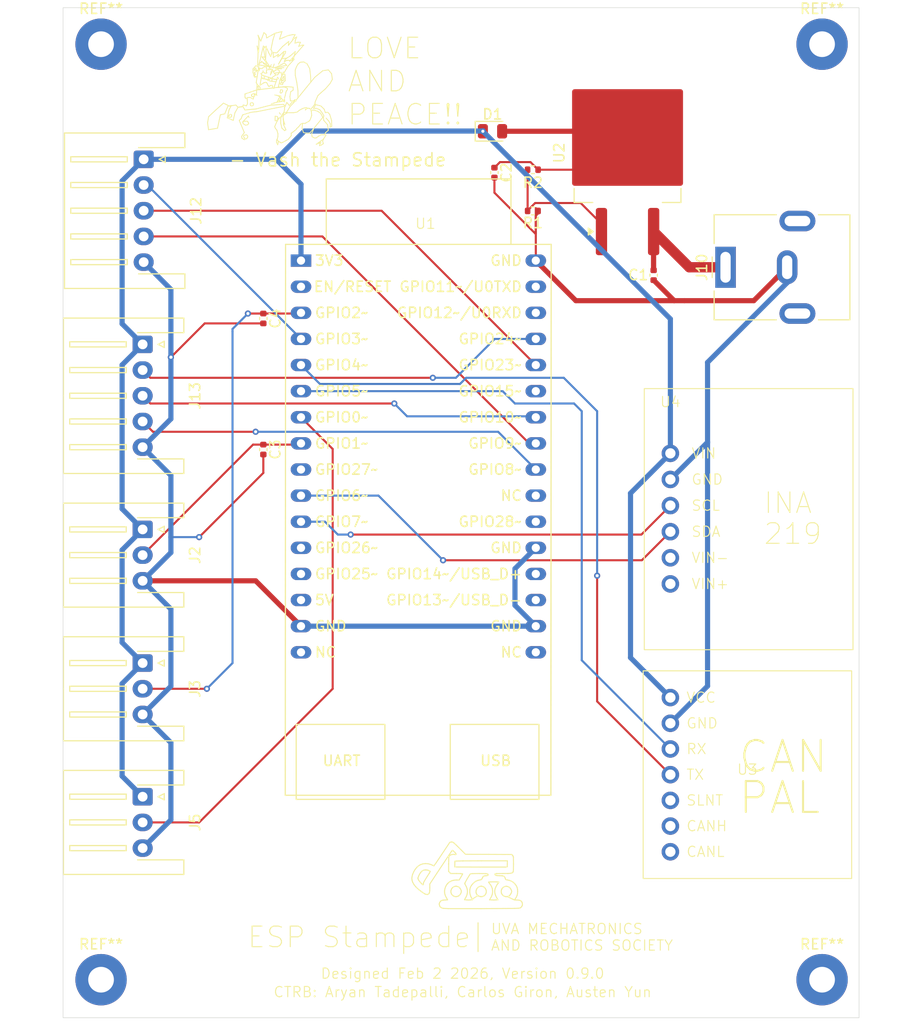
<source format=kicad_pcb>
(kicad_pcb (version 20241229) (generator "pcbnew") (generator_version "9.0")
  (layers (0 "F.Cu" signal) (2 "B.Cu" signal) (13 "F.Paste" user) (15 "B.Paste" user) (5 "F.SilkS" user "F.Silkscreen") (7 "B.SilkS" user "B.Silkscreen") (1 "F.Mask" user) (3 "B.Mask" user) (25 "Edge.Cuts" user))
  (net 0 "")
  (net 1 "GND")
  (net 2 "Net-(U2-VI)")
  (net 3 "Net-(D1-A)")
  (net 4 "/SIG1")
  (net 5 "/SIG2")
  (net 6 "+3.3V")
  (net 7 "/B2")
  (net 8 "/IDX2")
  (net 9 "/A2")
  (net 10 "/IDX1")
  (net 11 "/A1")
  (net 12 "/B1")
  (net 13 "/I2C SDA")
  (net 14 "/I2C SCL")
  (net 15 "Net-(U2-ADJ)")
  (net 22 "/CAN TX")
  (net 26 "/CAN RX")
  (net 30 "/WS2812")
  (footprint "Audio_Module:INA219 Breakout" (layer "F.Cu") (at 131.2009 71.6)
    (property "Reference" "U4")
    (property "Value" "ADAFRUIT INA219 BREAKOUT")
  )
  (footprint "Connector_JST:JST_XH_S3B-XH-A-1_1x03_P2.50mm_Horizontal" (layer "F.Cu") (at 79.8209 79 -90)
    (property "Reference" "J2")
    (property "Value" "Conn_01x03")
  )
  (footprint "Capacitor_SMD:C_0402_1005Metric" (layer "F.Cu") (at 91.5709 71.23 -90)
    (property "Reference" "C3")
    (property "Value" "0.1µ")
  )
  (footprint "MountingHole:MountingHole_2.5mm_Pad" (layer "F.Cu") (at 145.9709 31.8)
    (property "Reference" "REF**")
    (property "Value" "MountingHole_2.5mm_Pad")
  )
  (footprint "MountingHole:MountingHole_2.5mm_Pad" (layer "F.Cu") (at 145.9709 122.8)
    (property "Reference" "REF**")
    (property "Value" "MountingHole_2.5mm_Pad")
  )
  (footprint "Package_TO_SOT_SMD:TO-263-2" (layer "F.Cu") (at 127.0309 42.375 90)
    (property "Reference" "U2")
    (property "Value" "LM317_TO-263")
  )
  (footprint "Connector_JST:JST_XH_S3B-XH-A-1_1x03_P2.50mm_Horizontal" (layer "F.Cu") (at 79.8209 105 -90)
    (property "Reference" "J5")
    (property "Value" "Conn_01x03")
  )
  (footprint "Audio_Module:canpal" (layer "F.Cu") (at 138.7009 102.855)
    (property "Reference" "U3")
    (property "Value" "Adafruit CANPAL")
  )
  (footprint "Capacitor_SMD:C_0402_1005Metric" (layer "F.Cu") (at 114.0709 44.29 -90)
    (property "Reference" "C2")
    (property "Value" "1µ")
  )
  (footprint "Capacitor_SMD:C_0402_1005Metric" (layer "F.Cu") (at 129.5709 54.27 -90)
    (property "Reference" "C1")
    (property "Value" "0.1µ")
  )
  (footprint "Connector_JST:JST_XH_S5B-XH-A-1_1x05_P2.50mm_Horizontal" (layer "F.Cu") (at 79.8209 61 -90)
    (property "Reference" "J13")
    (property "Value" "Conn_01x05")
  )
  (footprint "PCM_Espressif:ESP32-C5-DevKitC-1" (layer "F.Cu") (at 95.19782 52.855)
    (property "Reference" "U1")
    (property "Value" "ESP32-C5-DevKitC-1")
  )
  (footprint "Connector_JST:JST_XH_S5B-XH-A-1_1x05_P2.50mm_Horizontal" (layer "F.Cu") (at 79.9209 43 -90)
    (property "Reference" "J12")
    (property "Value" "Conn_01x05")
  )
  (footprint "MountingHole:MountingHole_2.5mm_Pad" (layer "F.Cu") (at 75.7709 122.8)
    (property "Reference" "REF**")
    (property "Value" "MountingHole_2.5mm_Pad")
  )
  (footprint "Connector_JST:JST_XH_S3B-XH-A-1_1x03_P2.50mm_Horizontal" (layer "F.Cu") (at 79.8209 92 -90)
    (property "Reference" "J3")
    (property "Value" "Conn_01x03")
  )
  (footprint "Connector_BarrelJack:BarrelJack_CUI_PJ-063AH_Horizontal" (layer "F.Cu") (at 136.5709 53.5 90)
    (property "Reference" "J10")
    (property "Value" "Barrel_Jack")
  )
  (footprint "Capacitor_SMD:C_0402_1005Metric" (layer "F.Cu") (at 91.5709 58.48 -90)
    (property "Reference" "C4")
    (property "Value" "0.1µ")
  )
  (footprint "Resistor_SMD:R_0402_1005Metric" (layer "F.Cu") (at 117.8109 48.02 180)
    (property "Reference" "R1")
    (property "Value" "390")
  )
  (footprint "Resistor_SMD:R_0402_1005Metric" (layer "F.Cu") (at 117.8109 44.01)
    (property "Reference" "R2")
    (property "Value" "240")
  )
  (footprint "Diode_SMD:D_0805_2012Metric" (layer "F.Cu") (at 113.8834 40.27)
    (property "Reference" "D1")
    (property "Value" "D")
  )
  (footprint "MountingHole:MountingHole_2.5mm_Pad" (layer "F.Cu") (at 75.7709 31.8)
    (property "Reference" "REF**")
    (property "Value" "MountingHole_2.5mm_Pad")
  )
  (gr_line (start 93.571366 38.440752) (end 93.814576 38.457731) (stroke (width 0.082499)) (layer "F.SilkS"))
  (gr_line (start 109.711367 109.461219) (end 108.93172 110.625386) (stroke (width 0.1)) (layer "F.SilkS"))
  (gr_line (start 92.858212 41.36124) (end 92.971022 41.578948) (stroke (width 0.082499)) (layer "F.SilkS"))
  (gr_line (start 115.378398 112.466276) (end 115.653908 112.447915) (stroke (width 0.1)) (layer "F.SilkS"))
  (gr_line (start 111.42211 114.016735) (end 111.385862 113.875977) (stroke (width 0.1)) (layer "F.SilkS"))
  (gr_line (start 110.295647 110.506217) (end 110.334011 110.58657) (stroke (width 0.1)) (layer "F.SilkS"))
  (gr_line (start 107.866341 111.588468) (end 107.620334 111.523645) (stroke (width 0.1)) (layer "F.SilkS"))
  (gr_poly (pts (xy 90.564266 37.526328) (xy 90.609227 37.59022) (xy 90.606861 37.66831) (xy 90.580831 37.763365) (xy 90.479075 37.805561) (xy 90.381031 37.796097) (xy 90.303961 37.722738) (xy 90.294495 37.58312) (xy 90.381031 37.484021) (xy 90.481442 37.484021)) (stroke (width 0.082499)) (fill no) (layer "F.SilkS"))
  (gr_line (start 91.615277 34.0358) (end 91.764201 33.983927) (stroke (width 0.082499)) (layer "F.SilkS"))
  (gr_line (start 111.940932 114.9963) (end 111.924448 115.020377) (stroke (width 0.1)) (layer "F.SilkS"))
  (gr_line (start 90.931057 36.246105) (end 92.9709 36) (stroke (width 0.082499)) (layer "F.SilkS"))
  (gr_line (start 96.084188 34.181561) (end 96.165671 34.836864) (stroke (width 0.082499)) (layer "F.SilkS"))
  (gr_curve (pts (xy 96.724142 38.043539) (xy 96.839307 38.087368) (xy 96.954473 38.131194) (xy 97.069638 38.175022)) (stroke (width 0.082499)) (layer "F.SilkS"))
  (gr_line (start 107.772522 114.12688) (end 107.778144 113.881532) (stroke (width 0.1)) (layer "F.SilkS"))
  (gr_line (start 90.659821 34.890859) (end 90.733446 35.004643) (stroke (width 0.082499)) (layer "F.SilkS"))
  (gr_line (start 111.830468 114.830936) (end 111.905636 114.922218) (stroke (width 0.1)) (layer "F.SilkS"))
  (gr_line (start 97.469136 38.784632) (end 96.507459 39.966771) (stroke (width 0.082499)) (layer "F.SilkS"))
  (gr_line (start 108.956432 115.825373) (end 109.018186 115.847334) (stroke (width 0.1)) (layer "F.SilkS"))
  (gr_line (start 112.830037 113.706882) (end 112.930049 113.729556) (stroke (width 0.1)) (layer "F.SilkS"))
  (gr_line (start 94.56531 33.274449) (end 93.976307 33.92369) (stroke (width 0.082499)) (layer "F.SilkS"))
  (gr_line (start 91.875324 33.848977) (end 92.142658 33.983818) (stroke (width 0.082499)) (layer "F.SilkS"))
  (gr_line (start 112.75942 113.071617) (end 112.688802 113.087756) (stroke (width 0.1)) (layer "F.SilkS"))
  (gr_line (start 115.425202 114.687374) (end 115.328762 114.716266) (stroke (width 0.1)) (layer "F.SilkS"))
  (gr_line (start 112.328969 114.008506) (end 112.32897 114.008506) (stroke (width 0.1)) (layer "F.SilkS"))
  (gr_line (start 107.527671 112.752635) (end 107.225605 113.240791) (stroke (width 0.1)) (layer "F.SilkS"))
  (gr_line (start 92.881967 32.648633) (end 93.434686 32.032859) (stroke (width 0.082499)) (layer "F.SilkS"))
  (gr_line (start 94.79708 40.026583) (end 94.73636 40.135436) (stroke (width 0.082499)) (layer "F.SilkS"))
  (gr_line (start 111.385862 113.875977) (end 111.330617 113.740403) (stroke (width 0.1)) (layer "F.SilkS"))
  (gr_line (start 115.653908 112.447915) (end 115.799746 112.406402) (stroke (width 0.1)) (layer "F.SilkS"))
  (gr_line (start 113.210931 114.474173) (end 113.143304 114.564793) (stroke (width 0.1)) (layer "F.SilkS"))
  (gr_line (start 98.091926 39.54857) (end 97.937264 39.274067) (stroke (width 0.082499)) (layer "F.SilkS"))
  (gr_line (start 93.039977 41.252384) (end 93.314243 41.399102) (stroke (width 0.082499)) (layer "F.SilkS"))
  (gr_line (start 89.48755 40.945788) (end 89.454421 40.770675) (stroke (width 0.082499)) (layer "F.SilkS"))
  (gr_line (start 92.9709 36) (end 93.79441 35.924274) (stroke (width 0.082499)) (layer "F.SilkS"))
  (gr_line (start 87.386181 38.669302) (end 87.111678 39.975558) (stroke (width 0.082499)) (layer "F.SilkS"))
  (gr_line (start 108.93172 110.625386) (end 108.409617 111.405033) (stroke (width 0.1)) (layer "F.SilkS"))
  (gr_line (start 114.222962 112.648575) (end 114.149593 112.598727) (stroke (width 0.1)) (layer "F.SilkS"))
  (gr_line (start 112.343256 114.48076) (end 112.302563 114.400274) (stroke (width 0.1)) (layer "F.SilkS"))
  (gr_line (start 94.653994 31.703219) (end 94.944484 31.610313) (stroke (width 0.082499)) (layer "F.SilkS"))
  (gr_line (start 87.386181 38.669302) (end 87.812135 38.579784) (stroke (width 0.082499)) (layer "F.SilkS"))
  (gr_line (start 109.983015 110.212635) (end 110.059294 110.263355) (stroke (width 0.1)) (layer "F.SilkS"))
  (gr_line (start 110.191136 110.385488) (end 110.295647 110.506217) (stroke (width 0.1)) (layer "F.SilkS"))
  (gr_line (start 111.411764 112.996051) (end 111.60798 112.673682) (stroke (width 0.1)) (layer "F.SilkS"))
  (gr_line (start 112.951799 112.798169) (end 112.889886 112.911385) (stroke (width 0.1)) (layer "F.SilkS"))
  (gr_line (start 114.290432 114.819903) (end 114.410367 115.03157) (stroke (width 0.1)) (layer "F.SilkS"))
  (gr_line (start 115.514579 114.636468) (end 115.425203 114.687374) (stroke (width 0.1)) (layer "F.SilkS"))
  (gr_line (start 94.381279 37.414631) (end 94.461738 37.452971) (stroke (width 0.082499)) (layer "F.SilkS"))
  (gr_line (start 93.540834 35.94759) (end 93.026382 35.994895) (stroke (width 0.082499)) (layer "F.SilkS"))
  (gr_line (start 108.712063 115.367881) (end 108.698463 115.447415) (stroke (width 0.1)) (layer "F.SilkS"))
  (gr_line (start 91.772568 35.51165) (end 91.87464 35.528386) (stroke (width 0.082499)) (layer "F.SilkS"))
  (gr_line (start 107.114922 113.564006) (end 107.028048 113.505188) (stroke (width 0.1)) (layer "F.SilkS"))
  (gr_line (start 106.97425 112.275617) (end 107.083171 112.188173) (stroke (width 0.1)) (layer "F.SilkS"))
  (gr_line (start 93.997922 30.954817) (end 94.428608 30.869626) (stroke (width 0.082499)) (layer "F.SilkS"))
  (gr_line (start 92.2093 34.024506) (end 91.789301 33.369826) (stroke (width 0.082499)) (layer "F.SilkS"))
  (gr_line (start 87.689081 37.533428) (end 88.257019 37.817397) (stroke (width 0.082499)) (layer "F.SilkS"))
  (gr_line (start 110.334011 110.58657) (end 110.328402 110.611018) (stroke (width 0.1)) (layer "F.SilkS"))
  (gr_line (start 110.071254 110.606256) (end 109.922584 110.624935) (stroke (width 0.1)) (layer "F.SilkS"))
  (gr_line (start 95.751127 40.455376) (end 95.476707 40.389843) (stroke (width 0.082499)) (layer "F.SilkS"))
  (gr_line (start 111.275504 115.035988) (end 111.194198 115.024849) (stroke (width 0.1)) (layer "F.SilkS"))
  (gr_line (start 109.018186 115.847334) (end 109.115102 115.864002) (stroke (width 0.1)) (layer "F.SilkS"))
  (gr_line (start 95.498345 33.528433) (end 95.820177 33.698814) (stroke (width 0.082499)) (layer "F.SilkS"))
  (gr_line (start 114.899317 113.838697) (end 114.981867 113.775673) (stroke (width 0.1)) (layer "F.SilkS"))
  (gr_line (start 109.241944 113.979746) (end 109.217628 114.129421) (stroke (width 0.1)) (layer "F.SilkS"))
  (gr_line (start 90.422281 36.844805) (end 90.500373 36.898976) (stroke (width 0.082499)) (layer "F.SilkS"))
  (gr_line (start 93.832402 33.16758) (end 93.678459 33.311262) (stroke (width 0.082499)) (layer "F.SilkS"))
  (gr_line (start 113.23649 112.480988) (end 113.369232 112.497206) (stroke (width 0.1)) (layer "F.SilkS"))
  (gr_line (start 93.624914 37.994838) (end 93.641647 38.12368) (stroke (width 0.082499)) (layer "F.SilkS"))
  (gr_line (start 91.428004 34.786031) (end 91.664243 34.887787) (stroke (width 0.082499)) (layer "F.SilkS"))
  (gr_line (start 91.160139 34.102954) (end 91.158466 34.373808) (stroke (width 0.082499)) (layer "F.SilkS"))
  (gr_line (start 95.801243 35.965379) (end 96.586891 35.010745) (stroke (width 0.082499)) (layer "F.SilkS"))
  (gr_line (start 114.981867 113.775673) (end 115.095585 113.726063) (stroke (width 0.1)) (layer "F.SilkS"))
  (gr_line (start 95.820177 33.698814) (end 96.084188 34.181561) (stroke (width 0.082499)) (layer "F.SilkS"))
  (gr_line (start 93.547146 35.306092) (end 93.195709 35.280608) (stroke (width 0.082499)) (layer "F.SilkS"))
  (gr_curve (pts (xy 93.722236 36.001181) (xy 93.661769 35.983316) (xy 93.601302 35.965454) (xy 93.540834 35.94759)) (stroke (width 0.082499)) (layer "F.SilkS"))
  (gr_line (start 108.113284 111.69782) (end 107.866341 111.588468) (stroke (width 0.1)) (layer "F.SilkS"))
  (gr_line (start 109.977697 114.578259) (end 109.887501 114.457265) (stroke (width 0.1)) (layer "F.SilkS"))
  (gr_line (start 113.372486 112.670668) (end 113.263848 112.682072) (stroke (width 0.1)) (layer "F.SilkS"))
  (gr_line (start 109.648317 110.79747) (end 109.624055 110.905844) (stroke (width 0.1)) (layer "F.SilkS"))
  (gr_line (start 109.612598 112.265802) (end 109.714886 112.368117) (stroke (width 0.1)) (layer "F.SilkS"))
  (gr_line (start 93.547146 35.306092) (end 93.578939 35.283959) (stroke (width 0.082499)) (layer "F.SilkS"))
  (gr_line (start 92.684518 36.738185) (end 93.264503 36.851349) (stroke (width 0.082499)) (layer "F.SilkS"))
  (gr_line (start 114.194785 114.635039) (end 114.194784 114.635039) (stroke (width 0.1)) (layer "F.SilkS"))
  (gr_line (start 88.110302 37.850525) (end 88.450378 37.773738) (stroke (width 0.082499)) (layer "F.SilkS"))
  (gr_line (start 110.768827 113.977655) (end 110.825925 114.10365) (stroke (width 0.1)) (layer "F.SilkS"))
  (gr_line (start 109.639083 113.329453) (end 109.528805 113.428302) (stroke (width 0.1)) (layer "F.SilkS"))
  (gr_line (start 114.361816 112.674582) (end 114.222963 112.648575) (stroke (width 0.1)) (layer "F.SilkS"))
  (gr_line (start 116.1037 114.929283) (end 116.211914 114.748969) (stroke (width 0.1)) (layer "F.SilkS"))
  (gr_line (start 94.944752 36.321638) (end 94.821552 35.497283) (stroke (width 0.082499)) (layer "F.SilkS"))
  (gr_line (start 111.164802 115.010403) (end 111.249469 114.851653) (stroke (width 0.1)) (layer "F.SilkS"))
  (gr_line (start 89.454421 40.770675) (end 89.719458 40.392049) (stroke (width 0.082499)) (layer "F.SilkS"))
  (gr_line (start 86.141451 39.45495) (end 86.240841 38.853884) (stroke (width 0.082499)) (layer "F.SilkS"))
  (gr_line (start 93.813342 36.345492) (end 93.898533 36.250227) (stroke (width 0.082499)) (layer "F.SilkS"))
  (gr_line (start 97.220286 38.634825) (end 97.354151 38.925979) (stroke (width 0.082499)) (layer "F.SilkS"))
  (gr_line (start 107.361426 111.503801) (end 107.109797 111.528937) (stroke (width 0.1)) (layer "F.SilkS"))
  (gr_line (start 114.823275 112.690907) (end 114.5797 112.68207) (stroke (width 0.1)) (layer "F.SilkS"))
  (gr_line (start 116.31542 113.995302) (end 116.269938 113.808321) (stroke (width 0.1)) (layer "F.SilkS"))
  (gr_line (start 112.273248 114.215912) (end 112.289308 114.114472) (stroke (width 0.1)) (layer "F.SilkS"))
  (gr_line (start 90.576157 37.13643) (end 90.285002 36.97914) (stroke (width 0.082499)) (layer "F.SilkS"))
  (gr_line (start 92.971022 41.578948) (end 93.039977 41.252384) (stroke (width 0.082499)) (layer "F.SilkS"))
  (gr_line (start 113.110019 113.838697) (end 113.177197 113.914579) (stroke (width 0.1)) (layer "F.SilkS"))
  (gr_line (start 92.012506 35.297172) (end 92.174835 35.372898) (stroke (width 0.082499)) (layer "F.SilkS"))
  (gr_line (start 92.992405 35.18034) (end 93.025871 35.123449) (stroke (width 0.082499)) (layer "F.SilkS"))
  (gr_line (start 115.914973 112.119408) (end 115.927303 111.546135) (stroke (width 0.1)) (layer "F.SilkS"))
  (gr_line (start 87.812135 38.579784) (end 88.110302 37.850525) (stroke (width 0.082499)) (layer "F.SilkS"))
  (gr_line (start 111.186022 113.444017) (end 111.186022 113.444018) (stroke (width 0.1)) (layer "F.SilkS"))
  (gr_line (start 107.028048 113.505188) (end 106.890907 113.366018) (stroke (width 0.1)) (layer "F.SilkS"))
  (gr_line (start 115.328762 114.716266) (end 116.026097 115.045698) (stroke (width 0.1)) (layer "F.SilkS"))
  (gr_line (start 91.428004 34.786029) (end 91.275134 35.597705) (stroke (width 0.082499)) (layer "F.SilkS"))
  (gr_line (start 91.025714 33.789773) (end 91.058379 32.554509) (stroke (width 0.082499)) (layer "F.SilkS"))
  (gr_line (start 92.442431 34.341144) (end 92.56388 34.40267) (stroke (width 0.082499)) (layer "F.SilkS"))
  (gr_line (start 96.724143 41.536353) (end 97.173761 41.356507) (stroke (width 0.082499)) (layer "F.SilkS"))
  (gr_line (start 112.464859 114.612206) (end 112.398131 114.551801) (stroke (width 0.1)) (layer "F.SilkS"))
  (gr_line (start 114.798431 114.474173) (end 114.755966 114.383394) (stroke (width 0.1)) (layer "F.SilkS"))
  (gr_line (start 110.847303 114.223719) (end 110.823067 114.342674) (stroke (width 0.1)) (layer "F.SilkS"))
  (gr_curve (pts (xy 113.454824 112.588302) (xy 113.448934 112.605006) (xy 113.443042 112.621709) (xy 113.43715 112.638413)) (stroke (width 0.1)) (layer "F.SilkS"))
  (gr_line (start 96.459105 38.057737) (end 96.667348 37.683844) (stroke (width 0.082499)) (layer "F.SilkS"))
  (gr_line (start 107.516757 112.131129) (end 107.672308 112.17407) (stroke (width 0.1)) (layer "F.SilkS"))
  (gr_line (start 96.084187 40.445456) (end 95.751126 40.455378) (stroke (width 0.082499)) (layer "F.SilkS"))
  (gr_line (start 92.66109 35.213807) (end 92.881967 35.225521) (stroke (width 0.082499)) (layer "F.SilkS"))
  (gr_line (start 106.445581 113.798559) (end 106.717724 114.046103) (stroke (width 0.1)) (layer "F.SilkS"))
  (gr_line (start 116.31542 113.995302) (end 116.315419 113.995302) (stroke (width 0.1)) (layer "F.SilkS"))
  (gr_curve (pts (xy 93.075144 39.025234) (xy 93.002833 39.146042) (xy 92.930522 39.266848) (xy 92.858212 39.387657)) (stroke (width 0.082499)) (layer "F.SilkS"))
  (gr_line (start 91.611931 35.556832) (end 91.772568 35.51165) (stroke (width 0.082499)) (layer "F.SilkS"))
  (gr_line (start 106.867975 112.400739) (end 106.974251 112.275617) (stroke (width 0.1)) (layer "F.SilkS"))
  (gr_line (start 93.049297 32.782497) (end 92.550653 33.094905) (stroke (width 0.082499)) (layer "F.SilkS"))
  (gr_line (start 110.219367 111.357381) (end 110.219368 111.357381) (stroke (width 0.1)) (layer "F.SilkS"))
  (gr_line (start 107.109797 111.528937) (end 106.885618 111.599052) (stroke (width 0.1)) (layer "F.SilkS"))
  (gr_line (start 114.101413 114.269252) (end 114.131232 114.449487) (stroke (width 0.1)) (layer "F.SilkS"))
  (gr_line (start 90.476709 36.662592) (end 90.422281 36.740684) (stroke (width 0.082499)) (layer "F.SilkS"))
  (gr_line (start 92.989953 40.500823) (end 92.98522 40.802768) (stroke (width 0.082499)) (layer "F.SilkS"))
  (gr_line (start 96.507459 39.966774) (end 96.084187 40.445456) (stroke (width 0.082499)) (layer "F.SilkS"))
  (gr_line (start 92.627625 37.521286) (end 92.363243 37.608297) (stroke (width 0.082499)) (layer "F.SilkS"))
  (gr_line (start 91.924838 34.226557) (end 91.921493 34.342014) (stroke (width 0.082499)) (layer "F.SilkS"))
  (gr_line (start 112.154529 113.29167) (end 112.00795 113.419385) (stroke (width 0.1)) (layer "F.SilkS"))
  (gr_line (start 113.890461 114.111692) (end 113.890461 114.111694) (stroke (width 0.1)) (layer "F.SilkS"))
  (gr_line (start 93.375039 39.966771) (end 93.268904 39.511633) (stroke (width 0.082499)) (layer "F.SilkS"))
  (gr_line (start 92.895686 41.073055) (end 93.039977 41.252384) (stroke (width 0.082499)) (layer "F.SilkS"))
  (gr_line (start 116.318515 114.414826) (end 116.329469 114.216654) (stroke (width 0.1)) (layer "F.SilkS"))
  (gr_line (start 97.414329 41.474827) (end 97.173761 41.635743) (stroke (width 0.082499)) (layer "F.SilkS"))
  (gr_line (start 107.356573 112.118959) (end 107.356573 112.118957) (stroke (width 0.1)) (layer "F.SilkS"))
  (gr_line (start 94.009773 31.915727) (end 94.556472 31.245208) (stroke (width 0.082499)) (layer "F.SilkS"))
  (gr_line (start 94.677081 32.519013) (end 94.182501 32.949698) (stroke (width 0.082499)) (layer "F.SilkS"))
  (gr_line (start 115.11945 112.929032) (end 115.06439 112.801133) (stroke (width 0.1)) (layer "F.SilkS"))
  (gr_line (start 112.541086 114.660704) (end 112.464859 114.612206) (stroke (width 0.1)) (layer "F.SilkS"))
  (gr_line (start 113.143304 114.564793) (end 113.066389 114.633744) (stroke (width 0.1)) (layer "F.SilkS"))
  (gr_line (start 91.664243 34.887785) (end 91.648079 35.176488) (stroke (width 0.082499)) (layer "F.SilkS"))
  (gr_line (start 93.704487 36.776179) (end 93.758902 36.515874) (stroke (width 0.082499)) (layer "F.SilkS"))
  (gr_line (start 112.27846 114.311586) (end 112.278461 114.311586) (stroke (width 0.1)) (layer "F.SilkS"))
  (gr_line (start 93.512755 39.061173) (end 93.529147 39.61368) (stroke (width 0.082499)) (layer "F.SilkS"))
  (gr_line (start 96.273393 40.500821) (end 96.507461 39.966771) (stroke (width 0.082499)) (layer "F.SilkS"))
  (gr_line (start 106.042568 113.076432) (end 106.06809 113.198061) (stroke (width 0.1)) (layer "F.SilkS"))
  (gr_line (start 108.77932 115.69287) (end 108.821918 115.742876) (stroke (width 0.1)) (layer "F.SilkS"))
  (gr_line (start 93.694502 39.960079) (end 93.771354 40.127409) (stroke (width 0.082499)) (layer "F.SilkS"))
  (gr_line (start 114.832165 113.914579) (end 114.899316 113.838697) (stroke (width 0.1)) (layer "F.SilkS"))
  (gr_line (start 116.026097 115.045698) (end 116.1037 114.929281) (stroke (width 0.1)) (layer "F.SilkS"))
  (gr_curve (pts (xy 94.291478 40.698646) (xy 94.195243 40.814828) (xy 94.09901 40.931013) (xy 94.002775 41.047196)) (stroke (width 0.082499)) (layer "F.SilkS"))
  (gr_line (start 112.688803 113.087756) (end 112.688802 113.087756) (stroke (width 0.1)) (layer "F.SilkS"))
  (gr_line (start 107.543713 114.515711) (end 107.640561 114.470653) (stroke (width 0.1)) (layer "F.SilkS"))
  (gr_poly (pts (xy 92.403301 34.531432) (xy 92.252175 34.806752) (xy 92.339669 34.404169)) (stroke (width 0.069324)) (fill no) (layer "F.SilkS"))
  (gr_line (start 93.030062 37.325184) (end 93.110519 37.30862) (stroke (width 0.082499)) (layer "F.SilkS"))
  (gr_line (start 93.856733 37.465686) (end 93.624914 37.994838) (stroke (width 0.082499)) (layer "F.SilkS"))
  (gr_line (start 113.891493 114.291371) (end 113.890461 114.111692) (stroke (width 0.1)) (layer "F.SilkS"))
  (gr_line (start 93.716319 35.342136) (end 93.536472 35.496427) (stroke (width 0.082499)) (layer "F.SilkS"))
  (gr_line (start 96.205898 38.228116) (end 96.241395 38.327506) (stroke (width 0.082499)) (layer "F.SilkS"))
  (gr_poly (pts (xy 90.002214 40.667096) (xy 90.052413 40.759128) (xy 90.04572 40.857851) (xy 90.036987 40.871499) (xy 90.017274 40.901775) (xy 90.006338 40.918149) (xy 89.996305 40.932679) (xy 89.98839 40.943366) (xy 89.985606 40.946643) (xy 89.983808 40.948209) (xy 89.978147 40.951973) (xy 89.967389 40.959817) (xy 89.937792 40.982093) (xy 89.896796 41.013468) (xy 89.799745 41.016812) (xy 89.764605 40.993384) (xy 89.766278 40.933146) (xy 89.707713 40.898008) (xy 89.654167 40.817689) (xy 89.659187 40.713944) (xy 89.699347 40.653707) (xy 89.751219 40.650363) (xy 89.926915 40.611876)) (stroke (width 0.082499)) (fill no) (layer "F.SilkS"))
  (gr_line (start 113.801772 113.763766) (end 113.714539 113.600491) (stroke (width 0.1)) (layer "F.SilkS"))
  (gr_line (start 110.494058 113.733896) (end 110.494057 113.733896) (stroke (width 0.1)) (layer "F.SilkS"))
  (gr_line (start 107.206973 112.13785) (end 107.356573 112.118959) (stroke (width 0.1)) (layer "F.SilkS"))
  (gr_line (start 113.53195 113.355435) (end 113.517848 113.302969) (stroke (width 0.1)) (layer "F.SilkS"))
  (gr_line (start 93.450093 35.316128) (end 93.339655 35.433258) (stroke (width 0.082499)) (layer "F.SilkS"))
  (gr_line (start 93.195709 35.280608) (end 93.385022 34.878321) (stroke (width 0.082499)) (layer "F.SilkS"))
  (gr_line (start 93.571366 38.44075) (end 93.641647 38.12368) (stroke (width 0.082499)) (layer "F.SilkS"))
  (gr_line (start 93.131818 34.381373) (end 93.112887 34.562061) (stroke (width 0.082499)) (layer "F.SilkS"))
  (gr_curve (pts (xy 96.520846 38.216498) (xy 96.612319 38.244387) (xy 96.703794 38.272274) (xy 96.795268 38.300164)) (stroke (width 0.082499)) (layer "F.SilkS"))
  (gr_line (start 94.684301 34.836864) (end 94.674835 34.323546) (stroke (width 0.082499)) (layer "F.SilkS"))
  (gr_line (start 94.229828 36.435417) (end 94.158836 36.903966) (stroke (width 0.082499)) (layer "F.SilkS"))
  (gr_line (start 94.797082 33.996983) (end 94.944606 33.736678) (stroke (width 0.082499)) (layer "F.SilkS"))
  (gr_line (start 91.275134 35.597705) (end 91.259279 35.789385) (stroke (width 0.082499)) (layer "F.SilkS"))
  (gr_line (start 109.214824 114.277507) (end 109.233503 114.424616) (stroke (width 0.1)) (layer "F.SilkS"))
  (gr_line (start 92.881967 35.225521) (end 92.992405 35.18034) (stroke (width 0.082499)) (layer "F.SilkS"))
  (gr_line (start 92.274559 35.824562) (end 92.358224 35.791095) (stroke (width 0.082499)) (layer "F.SilkS"))
  (gr_line (start 94.73636 40.135436) (end 94.599109 40.230092) (stroke (width 0.082499)) (layer "F.SilkS"))
  (gr_line (start 90.713368 34.586316) (end 90.723408 34.65994) (stroke (width 0.082499)) (layer "F.SilkS"))
  (gr_line (start 116.269514 115.045698) (end 116.026097 115.045698) (stroke (width 0.1)) (layer "F.SilkS"))
  (gr_line (start 97.832715 39.648843) (end 97.896301 40.1843) (stroke (width 0.082499)) (layer "F.SilkS"))
  (gr_line (start 113.027469 113.775673) (end 113.110019 113.838697) (stroke (width 0.1)) (layer "F.SilkS"))
  (gr_line (start 93.570126 34.077634) (end 92.781569 34.155775) (stroke (width 0.082499)) (layer "F.SilkS"))
  (gr_line (start 115.228749 114.724019) (end 115.12871 114.711425) (stroke (width 0.1)) (layer "F.SilkS"))
  (gr_line (start 94.84085 38.410613) (end 95.162125 38.173004) (stroke (width 0.082499)) (layer "F.SilkS"))
  (gr_line (start 107.778139 113.489949) (end 108.469572 112.4422) (stroke (width 0.1)) (layer "F.SilkS"))
  (gr_line (start 90.751212 36.790379) (end 90.763044 36.700456) (stroke (width 0.082499)) (layer "F.SilkS"))
  (gr_line (start 109.907767 110.2941) (end 109.907767 110.294101) (stroke (width 0.1)) (layer "F.SilkS"))
  (gr_line (start 94.102044 37.763367) (end 94.381279 37.414631) (stroke (width 0.082499)) (layer "F.SilkS"))
  (gr_line (start 93.642767 40.207726) (end 93.375039 39.966771) (stroke (width 0.082499)) (layer "F.SilkS"))
  (gr_line (start 94.428608 30.869626) (end 94.665248 30.864894) (stroke (width 0.082499)) (layer "F.SilkS"))
  (gr_line (start 93.915218 38.464757) (end 94.506218 38.464157) (stroke (width 0.082499)) (layer "F.SilkS"))
  (gr_line (start 109.355053 113.673384) (end 109.287743 113.827927) (stroke (width 0.1)) (layer "F.SilkS"))
  (gr_line (start 93.385021 34.878319) (end 93.385022 34.878321) (stroke (width 0.082499)) (layer "F.SilkS"))
  (gr_line (start 92.088822 35.903205) (end 92.150734 35.899861) (stroke (width 0.082499)) (layer "F.SilkS"))
  (gr_line (start 106.633433 112.988484) (end 106.624119 112.925037) (stroke (width 0.1)) (layer "F.SilkS"))
  (gr_line (start 111.194198 115.02485) (end 111.164802 115.010403) (stroke (width 0.1)) (layer "F.SilkS"))
  (gr_line (start 95.148115 39.657424) (end 95.020329 39.823072) (stroke (width 0.082499)) (layer "F.SilkS"))
  (gr_line (start 109.065334 115.057156) (end 108.923782 115.09507) (stroke (width 0.1)) (layer "F.SilkS"))
  (gr_line (start 111.729688 113.817582) (end 111.673094 114.038006) (stroke (width 0.1)) (layer "F.SilkS"))
  (gr_line (start 94.665248 30.864894) (end 94.434792 31.313339) (stroke (width 0.082499)) (layer "F.SilkS"))
  (gr_line (start 106.684532 112.734987) (end 106.76964 112.556287) (stroke (width 0.1)) (layer "F.SilkS"))
  (gr_line (start 111.186022 113.444017) (end 111.212877 113.360725) (stroke (width 0.1)) (layer "F.SilkS"))
  (gr_line (start 91.839758 30.860161) (end 91.890889 31.195439) (stroke (width 0.082499)) (layer "F.SilkS"))
  (gr_line (start 93.837006 36.044549) (end 93.722236 36.001181) (stroke (width 0.082499)) (layer "F.SilkS"))
  (gr_line (start 91.120371 32.568706) (end 91.144035 31.26245) (stroke (width 0.082499)) (layer "F.SilkS"))
  (gr_line (start 92.93316 40.996814) (end 92.858212 41.1493) (stroke (width 0.082499)) (layer "F.SilkS"))
  (gr_line (start 94.139906 33.444284) (end 94.523264 33.165048) (stroke (width 0.082499)) (layer "F.SilkS"))
  (gr_line (start 110.808515 112.812616) (end 110.632117 113.101885) (stroke (width 0.1)) (layer "F.SilkS"))
  (gr_line (start 112.387072 113.911113) (end 112.458959 113.831236) (stroke (width 0.1)) (layer "F.SilkS"))
  (gr_line (start 114.5797 112.68207) (end 114.361816 112.674582) (stroke (width 0.1)) (layer "F.SilkS"))
  (gr_curve (pts (xy 94.652231 37.197399) (xy 94.669057 37.206081) (xy 94.685884 37.214765) (xy 94.702711 37.223446)) (stroke (width 0.082499)) (layer "F.SilkS"))
  (gr_line (start 113.06639 114.633742) (end 112.982517 114.682213) (stroke (width 0.1)) (layer "F.SilkS"))
  (gr_line (start 90.598579 36.618811) (end 90.476709 36.662592) (stroke (width 0.082499)) (layer "F.SilkS"))
  (gr_line (start 109.065334 115.057156) (end 109.065334 115.057154) (stroke (width 0.1)) (layer "F.SilkS"))
  (gr_line (start 110.825925 114.10365) (end 110.825924 114.10365) (stroke (width 0.1)) (layer "F.SilkS"))
  (gr_line (start 92.278147 32.99466) (end 92.067509 32.587638) (stroke (width 0.082499)) (layer "F.SilkS"))
  (gr_line (start 109.887738 113.987339) (end 109.945259 113.897222) (stroke (width 0.1)) (layer "F.SilkS"))
  (gr_line (start 110.30623 110.624617) (end 110.212303 110.618321) (stroke (width 0.1)) (layer "F.SilkS"))
  (gr_line (start 96.386983 37.915123) (end 96.170404 38.128728) (stroke (width 0.082499)) (layer "F.SilkS"))
  (gr_line (start 112.688803 113.087756) (end 112.476766 113.134111) (stroke (width 0.1)) (layer "F.SilkS"))
  (gr_line (start 91.584186 32.227324) (end 91.846319 31.999426) (stroke (width 0.082499)) (layer "F.SilkS"))
  (gr_line (start 112.84906 112.993009) (end 112.809188 113.043227) (stroke (width 0.1)) (layer "F.SilkS"))
  (gr_line (start 91.243424 35.981064) (end 90.966036 35.704799) (stroke (width 0.082499)) (layer "F.SilkS"))
  (gr_line (start 112.289308 114.114472) (end 112.328969 114.008506) (stroke (width 0.1)) (layer "F.SilkS"))
  (gr_line (start 96.596357 37.602937) (end 96.386983 37.915123) (stroke (width 0.082499)) (layer "F.SilkS"))
  (gr_line (start 112.633239 113.728048) (end 112.63324 113.728048) (stroke (width 0.1)) (layer "F.SilkS"))
  (gr_line (start 95.020329 39.823072) (end 94.79708 40.026583) (stroke (width 0.082499)) (layer "F.SilkS"))
  (gr_line (start 92.067509 32.587638) (end 91.966313 32.327876) (stroke (width 0.082499)) (layer "F.SilkS"))
  (gr_line (start 92.405076 35.138507) (end 92.414795 35.410759) (stroke (width 0.082499)) (layer "F.SilkS"))
  (gr_line (start 112.464859 114.612206) (end 111.929898 114.952645) (stroke (width 0.1)) (layer "F.SilkS"))
  (gr_line (start 116.011096 115.867178) (end 116.46176 115.845216) (stroke (width 0.1)) (layer "F.SilkS"))
  (gr_line (start 86.94603 38.196022) (end 87.689081 37.533428) (stroke (width 0.082499)) (layer "F.SilkS"))
  (gr_line (start 112.458959 113.831234) (end 112.541932 113.769904) (stroke (width 0.1)) (layer "F.SilkS"))
  (gr_line (start 110.212329 111.835404) (end 110.212303 111.560237) (stroke (width 0.1)) (layer "F.SilkS"))
  (gr_line (start 91.144035 31.26245) (end 91.054112 30.931153) (stroke (width 0.082499)) (layer "F.SilkS"))
  (gr_line (start 116.469937 115.060965) (end 116.269514 115.045698) (stroke (width 0.1)) (layer "F.SilkS"))
  (gr_line (start 92.781588 34.795498) (end 92.303862 34.203113) (stroke (width 0.082499)) (layer "F.SilkS"))
  (gr_line (start 97.192692 36.510104) (end 96.880325 36.803537) (stroke (width 0.082499)) (layer "F.SilkS"))
  (gr_line (start 93.529145 39.207971) (end 93.496364 38.914373) (stroke (width 0.082499)) (layer "F.SilkS"))
  (gr_line (start 113.50372 110.607737) (end 111.253015 110.600699) (stroke (width 0.1)) (layer "F.SilkS"))
  (gr_line (start 116.1037 114.929283) (end 116.1037 114.929281) (stroke (width 0.1)) (layer "F.SilkS"))
  (gr_line (start 107.778144 113.881532) (end 107.778139 113.489949) (stroke (width 0.1)) (layer "F.SilkS"))
  (gr_line (start 94.466469 35.971602) (end 94.475935 36.265038) (stroke (width 0.082499)) (layer "F.SilkS"))
  (gr_line (start 88.238088 38.177089) (end 88.062974 38.967471) (stroke (width 0.082499)) (layer "F.SilkS"))
  (gr_line (start 109.259803 115.045698) (end 109.259803 115.0457) (stroke (width 0.1)) (layer "F.SilkS"))
  (gr_line (start 112.712668 114.717219) (end 112.712667 114.717219) (stroke (width 0.1)) (layer "F.SilkS"))
  (gr_line (start 109.69372 110.734738) (end 109.648317 110.79747) (stroke (width 0.1)) (layer "F.SilkS"))
  (gr_line (start 93.936684 33.368154) (end 94.080051 33.371499) (stroke (width 0.082499)) (layer "F.SilkS"))
  (gr_line (start 91.259279 35.789385) (end 91.611931 35.556832) (stroke (width 0.082499)) (layer "F.SilkS"))
  (gr_line (start 110.212303 110.618321) (end 110.071254 110.606256) (stroke (width 0.1)) (layer "F.SilkS"))
  (gr_line (start 113.262075 114.093173) (end 113.278136 114.18993) (stroke (width 0.1)) (layer "F.SilkS"))
  (gr_line (start 93.195709 35.280608) (end 93.026382 35.994895) (stroke (width 0.082499)) (layer "F.SilkS"))
  (gr_line (start 108.821918 115.742876) (end 108.956432 115.825373) (stroke (width 0.1)) (layer "F.SilkS"))
  (gr_line (start 94.475935 36.265038) (end 94.229828 36.435417) (stroke (width 0.082499)) (layer "F.SilkS"))
  (gr_line (start 110.653284 110.000968) (end 110.310754 109.663176) (stroke (width 0.1)) (layer "F.SilkS"))
  (gr_line (start 111.196553 113.489923) (end 111.186022 113.444018) (stroke (width 0.1)) (layer "F.SilkS"))
  (gr_line (start 111.839887 113.614991) (end 111.729688 113.817582) (stroke (width 0.1)) (layer "F.SilkS"))
  (gr_curve (pts (xy 96.459105 38.057737) (xy 96.547451 38.053003) (xy 96.635796 38.048272) (xy 96.724142 38.043539)) (stroke (width 0.082499)) (layer "F.SilkS"))
  (gr_line (start 114.145837 113.935322) (end 114.10697 114.100236) (stroke (width 0.1)) (layer "F.SilkS"))
  (gr_line (start 107.640561 114.470653) (end 107.709684 114.397971) (stroke (width 0.1)) (layer "F.SilkS"))
  (gr_line (start 91.764201 33.983927) (end 91.857905 34.054207) (stroke (width 0.082499)) (layer "F.SilkS"))
  (gr_curve (pts (xy 92.06751 34.281985) (xy 92.117775 34.279619) (xy 92.168039 34.27725) (xy 92.218304 34.274883)) (stroke (width 0.082499)) (layer "F.SilkS"))
  (gr_line (start 91.390141 33.477626) (end 92.142658 33.983818) (stroke (width 0.082499)) (layer "F.SilkS"))
  (gr_line (start 93.264503 36.851349) (end 93.26643 36.999794) (stroke (width 0.082499)) (layer "F.SilkS"))
  (gr_line (start 93.070291 37.086177) (end 92.929833 37.42565) (stroke (width 0.082499)) (layer "F.SilkS"))
  (gr_line (start 91.541765 34.377814) (end 91.541765 34.534746) (stroke (width 0.082499)) (layer "F.SilkS"))
  (gr_line (start 112.889886 112.911385) (end 112.84906 112.993009) (stroke (width 0.1)) (layer "F.SilkS"))
  (gr_line (start 92.958939 36.791729) (end 93.236707 36.965753) (stroke (width 0.082499)) (layer "F.SilkS"))
  (gr_line (start 96.165671 34.836864) (end 96.194068 35.488062) (stroke (width 0.082499)) (layer "F.SilkS"))
  (gr_line (start 93.417871 37.173243) (end 93.417871 37.307107) (stroke (width 0.082499)) (layer "F.SilkS"))
  (gr_line (start 106.06809 113.198061) (end 106.109947 113.318393) (stroke (width 0.1)) (layer "F.SilkS"))
  (gr_line (start 93.512755 39.061173) (end 93.529145 39.207971) (stroke (width 0.082499)) (layer "F.SilkS"))
  (gr_line (start 93.198076 37.223442) (end 93.235939 37.131138) (stroke (width 0.082499)) (layer "F.SilkS"))
  (gr_line (start 93.20832 35.643848) (end 93.20832 35.610383) (stroke (width 0.082499)) (layer "F.SilkS"))
  (gr_line (start 86.240841 38.853884) (end 86.94603 38.196022) (stroke (width 0.082499)) (layer "F.SilkS"))
  (gr_line (start 114.73382 114.287641) (end 114.731201 114.18993) (stroke (width 0.1)) (layer "F.SilkS"))
  (gr_line (start 106.039557 112.82701) (end 106.033138 112.952951) (stroke (width 0.1)) (layer "F.SilkS"))
  (gr_line (start 98.072995 39.86567) (end 98.091926 39.54857) (stroke (width 0.082499)) (layer "F.SilkS"))
  (gr_line (start 114.222962 112.648575) (end 114.222963 112.648575) (stroke (width 0.1)) (layer "F.SilkS"))
  (gr_line (start 88.895949 37.718007) (end 89.108925 37.935717) (stroke (width 0.082499)) (layer "F.SilkS"))
  (gr_line (start 92.303574 37.727474) (end 93.527863 37.6585) (stroke (width 0.082499)) (layer "F.SilkS"))
  (gr_line (start 107.134323 113.543288) (end 107.114922 113.564006) (stroke (width 0.1)) (layer "F.SilkS"))
  (gr_line (start 95.162125 38.173004) (end 95.460481 38.029351) (stroke (width 0.082499)) (layer "F.SilkS"))
  (gr_line (start 93.512261 34.715662) (end 93.673723 34.72687) (stroke (width 0.082499)) (layer "F.SilkS"))
  (gr_line (start 114.149594 112.598726) (end 114.128136 112.519802) (stroke (width 0.1)) (layer "F.SilkS"))
  (gr_line (start 96.795268 38.300164) (end 97.073036 38.457453) (stroke (width 0.082499)) (layer "F.SilkS"))
  (gr_line (start 90.382055 38.421528) (end 90.957671 38.361289) (stroke (width 0.082499)) (layer "F.SilkS"))
  (gr_curve (pts (xy 92.935405 34.788396) (xy 92.884132 34.790762) (xy 92.832861 34.793131) (xy 92.781588 34.795498)) (stroke (width 0.082499)) (layer "F.SilkS"))
  (gr_line (start 95.460481 38.029351) (end 95.74445 37.963089) (stroke (width 0.082499)) (layer "F.SilkS"))
  (gr_line (start 109.714886 112.368115) (end 109.817201 112.470404) (stroke (width 0.1)) (layer "F.SilkS"))
  (gr_line (start 94.291478 40.698646) (end 94.277558 40.466733) (stroke (width 0.082499)) (layer "F.SilkS"))
  (gr_curve (pts (xy 109.506765 115.028051) (xy 109.482362 115.032311) (xy 109.457958 115.036569) (xy 109.433555 115.04083)) (stroke (width 0.1)) (layer "F.SilkS"))
  (gr_curve (pts (xy 92.858212 39.387657) (xy 92.797622 39.531218) (xy 92.737034 39.674782) (xy 92.676445 39.818344)) (stroke (width 0.082499)) (layer "F.SilkS"))
  (gr_line (start 114.302946 113.592238) (end 114.214125 113.759799) (stroke (width 0.1)) (layer "F.SilkS"))
  (gr_line (start 111.924448 115.020379) (end 111.864625 115.035539) (stroke (width 0.1)) (layer "F.SilkS"))
  (gr_line (start 115.11945 112.929032) (end 115.119451 112.929032) (stroke (width 0.1)) (layer "F.SilkS"))
  (gr_line (start 107.771969 112.228309) (end 107.813421 112.279903) (stroke (width 0.1)) (layer "F.SilkS"))
  (gr_line (start 107.143142 113.493468) (end 107.134323 113.543288) (stroke (width 0.1)) (layer "F.SilkS"))
  (gr_line (start 90.957671 38.361289) (end 93.701886 37.819141) (stroke (width 0.082499)) (layer "F.SilkS"))
  (gr_line (start 92.858212 41.1493) (end 92.858212 41.36124) (stroke (width 0.082499)) (layer "F.SilkS"))
  (gr_line (start 115.916719 110.898778) (end 115.916719 110.89878) (stroke (width 0.1)) (layer "F.SilkS"))
  (gr_poly (pts (xy 92.914107 38.824115) (xy 92.994565 38.955638) (xy 92.902275 39.218309) (xy 92.717696 39.249071) (xy 92.717696 38.799456)) (stroke (width 0.082499)) (fill no) (layer "F.SilkS"))
  (gr_line (start 93.517541 34.500879) (end 93.385022 34.878321) (stroke (width 0.082499)) (layer "F.SilkS"))
  (gr_line (start 111.194198 115.02485) (end 111.194198 115.024849) (stroke (width 0.1)) (layer "F.SilkS"))
  (gr_line (start 107.751686 114.291187) (end 107.772522 114.12688) (stroke (width 0.1)) (layer "F.SilkS"))
  (gr_line (start 93.645058 37.293712) (end 93.632649 37.174079) (stroke (width 0.082499)) (layer "F.SilkS"))
  (gr_line (start 110.212303 111.560237) (end 110.219367 111.357381) (stroke (width 0.1)) (layer "F.SilkS"))
  (gr_line (start 98.233911 39.789944) (end 98.072995 39.86567) (stroke (width 0.082499)) (layer "F.SilkS"))
  (gr_line (start 93.915218 38.464757) (end 93.332011 38.832472) (stroke (width 0.082499)) (layer "F.SilkS"))
  (gr_line (start 93.291228 35.30609) (end 93.450093 35.316128) (stroke (width 0.082499)) (layer "F.SilkS"))
  (gr_line (start 114.194784 114.635039) (end 114.290431 114.819903) (stroke (width 0.1)) (layer "F.SilkS"))
  (gr_line (start 92.150734 35.899861) (end 92.274559 35.824562) (stroke (width 0.082499)) (layer "F.SilkS"))
  (gr_line (start 114.781208 114.00041) (end 114.781207 114.00041) (stroke (width 0.1)) (layer "F.SilkS"))
  (gr_line (start 116.7709 115.6) (end 116.796511 115.467312) (stroke (width 0.1)) (layer "F.SilkS"))
  (gr_line (start 107.709684 114.397973) (end 107.751686 114.291187) (stroke (width 0.1)) (layer "F.SilkS"))
  (gr_line (start 111.330617 113.740403) (end 111.196553 113.489923) (stroke (width 0.1)) (layer "F.SilkS"))
  (gr_line (start 110.099008 114.667477) (end 109.977697 114.578259) (stroke (width 0.1)) (layer "F.SilkS"))
  (gr_line (start 96.596356 37.602935) (end 96.596357 37.602937) (stroke (width 0.082499)) (layer "F.SilkS"))
  (gr_line (start 91.375543 35.064576) (end 91.648079 35.176488) (stroke (width 0.082499)) (layer "F.SilkS"))
  (gr_line (start 97.173761 41.356507) (end 97.079104 41.503222) (stroke (width 0.082499)) (layer "F.SilkS"))
  (gr_line (start 92.511818 31.352374) (end 92.308307 32.327875) (stroke (width 0.082499)) (layer "F.SilkS"))
  (gr_curve (pts (xy 114.331442 113.287093) (xy 114.3848 113.292385) (xy 114.438156 113.297675) (xy 114.491514 113.302968)) (stroke (width 0.1)) (layer "F.SilkS"))
  (gr_line (start 109.418553 114.865782) (end 109.506765 115.028051) (stroke (width 0.1)) (layer "F.SilkS"))
  (gr_line (start 93.898533 36.250227) (end 93.926929 36.118318) (stroke (width 0.082499)) (layer "F.SilkS"))
  (gr_line (start 111.418406 114.448878) (end 111.438223 114.305288) (stroke (width 0.1)) (layer "F.SilkS"))
  (gr_line (start 86.236108 40.117543) (end 86.141451 39.45495) (stroke (width 0.082499)) (layer "F.SilkS"))
  (gr_line (start 95.504033 31.882268) (end 94.139906 33.444284) (stroke (width 0.082499)) (layer "F.SilkS"))
  (gr_line (start 107.225605 113.240791) (end 107.162049 113.387132) (stroke (width 0.1)) (layer "F.SilkS"))
  (gr_line (start 113.124546 112.692099) (end 113.124545 112.692099) (stroke (width 0.1)) (layer "F.SilkS"))
  (gr_line (start 116.796511 115.467312) (end 116.777514 115.324384) (stroke (width 0.1)) (layer "F.SilkS"))
  (gr_line (start 109.900624 113.182873) (end 109.76341 113.247406) (stroke (width 0.1)) (layer "F.SilkS"))
  (gr_line (start 92.975672 33.030146) (end 93.049297 32.782497) (stroke (width 0.082499)) (layer "F.SilkS"))
  (gr_line (start 116.188102 113.641185) (end 116.064885 113.479365) (stroke (width 0.1)) (layer "F.SilkS"))
  (gr_line (start 110.049584 113.136598) (end 109.900624 113.182875) (stroke (width 0.1)) (layer "F.SilkS"))
  (gr_line (start 111.249469 114.851653) (end 111.32387 114.724177) (stroke (width 0.1)) (layer "F.SilkS"))
  (gr_line (start 95.74445 37.963089) (end 95.777579 38.038815) (stroke (width 0.082499)) (layer "F.SilkS"))
  (gr_line (start 89.407093 39.04793) (end 89.549078 38.678771) (stroke (width 0.082499)) (layer "F.SilkS"))
  (gr_line (start 93.110519 37.30862) (end 93.198076 37.223442) (stroke (width 0.082499)) (layer "F.SilkS"))
  (gr_line (start 110.823067 114.342674) (end 110.759117 114.468881) (stroke (width 0.1)) (layer "F.SilkS"))
  (gr_line (start 110.242942 114.71661) (end 110.099008 114.667477) (stroke (width 0.1)) (layer "F.SilkS"))
  (gr_line (start 93.140764 31.310825) (end 93.997922 30.954817) (stroke (width 0.082499)) (layer "F.SilkS"))
  (gr_line (start 109.714886 112.368115) (end 109.714886 112.368117) (stroke (width 0.1)) (layer "F.SilkS"))
  (gr_line (start 109.233504 114.424616) (end 109.233503 114.424616) (stroke (width 0.1)) (layer "F.SilkS"))
  (gr_line (start 90.897431 34.402254) (end 90.884045 34.479224) (stroke (width 0.082499)) (layer "F.SilkS"))
  (gr_line (start 114.273233 112.47924) (end 114.273233 112.479242) (stroke (width 0.1)) (layer "F.SilkS"))
  (gr_line (start 93.849136 33.856757) (end 93.618221 33.639229) (stroke (width 0.082499)) (layer "F.SilkS"))
  (gr_line (start 109.217628 114.129421) (end 109.214824 114.277507) (stroke (width 0.1)) (layer "F.SilkS"))
  (gr_line (start 107.267996 114.436443) (end 107.424045 114.505499) (stroke (width 0.1)) (layer "F.SilkS"))
  (gr_line (start 89.575522 37.865991) (end 89.780985 38.200756) (stroke (width 0.082499)) (layer "F.SilkS"))
  (gr_line (start 112.63324 113.728048) (end 112.730184 113.706722) (stroke (width 0.1)) (layer "F.SilkS"))
  (gr_line (start 111.665765 114.287218) (end 111.697276 114.477718) (stroke (width 0.1)) (layer "F.SilkS"))
  (gr_line (start 97.164294 37.802165) (end 96.667348 37.683844) (stroke (width 0.082499)) (layer "F.SilkS"))
  (gr_line (start 110.219368 111.357381) (end 110.237015 111.260386) (stroke (width 0.1)) (layer "F.SilkS"))
  (gr_line (start 111.697276 114.477718) (end 111.756596 114.670863) (stroke (width 0.1)) (layer "F.SilkS"))
  (gr_line (start 93.529145 38.592542) (end 93.571366 38.44075) (stroke (width 0.082499)) (layer "F.SilkS"))
  (gr_line (start 106.033138 112.952951) (end 106.042568 113.076431) (stroke (width 0.1)) (layer "F.SilkS"))
  (gr_line (start 89.783351 36.643661) (end 90.931057 36.246105) (stroke (width 0.082499)) (layer "F.SilkS"))
  (gr_line (start 95.777579 38.038815) (end 95.663993 38.194997) (stroke (width 0.082499)) (layer "F.SilkS"))
  (gr_line (start 109.43374 113.54321) (end 109.355053 113.673384) (stroke (width 0.1)) (layer "F.SilkS"))
  (gr_poly (pts (xy 93.393998 36.236192) (xy 93.459121 36.314838) (xy 93.439909 36.413562) (xy 93.385631 36.492208) (xy 93.30661 36.560813) (xy 93.22834 36.549101) (xy 93.194874 36.500576) (xy 93.208318 36.442007) (xy 93.2183 36.38177) (xy 93.248419 36.318184) (xy 93.245074 36.237865) (xy 93.338779 36.204398)) (stroke (width 0.082499)) (fill no) (layer "F.SilkS"))
  (gr_line (start 98.214979 34.673069) (end 98.290704 35.223083) (stroke (width 0.082499)) (layer "F.SilkS"))
  (gr_line (start 112.712667 114.717219) (end 112.624482 114.696132) (stroke (width 0.1)) (layer "F.SilkS"))
  (gr_line (start 94.177768 37.855258) (end 94.723949 37.289531) (stroke (width 0.082499)) (layer "F.SilkS"))
  (gr_line (start 107.730078 112.439527) (end 107.527671 112.752635) (stroke (width 0.1)) (layer "F.SilkS"))
  (gr_line (start 111.212877 113.360727) (end 111.411764 112.996051) (stroke (width 0.1)) (layer "F.SilkS"))
  (gr_line (start 112.624482 114.696132) (end 112.541086 114.660704) (stroke (width 0.1)) (layer "F.SilkS"))
  (gr_line (start 93.380611 33.200823) (end 93.832402 33.16758) (stroke (width 0.082499)) (layer "F.SilkS"))
  (gr_line (start 89.222513 39.213578) (end 89.407093 39.04793) (stroke (width 0.082499)) (layer "F.SilkS"))
  (gr_line (start 92.890564 40.164211) (end 92.989953 40.500823) (stroke (width 0.082499)) (layer "F.SilkS"))
  (gr_line (start 113.263848 112.68207) (end 113.124545 112.692099) (stroke (width 0.1)) (layer "F.SilkS"))
  (gr_line (start 92.442431 34.263052) (end 92.442431 34.341144) (stroke (width 0.082499)) (layer "F.SilkS"))
  (gr_line (start 108.698463 115.447416) (end 108.710634 115.528934) (stroke (width 0.1)) (layer "F.SilkS"))
  (gr_line (start 109.887501 114.457265) (end 109.836806 114.312909) (stroke (width 0.1)) (layer "F.SilkS"))
  (gr_line (start 96.880325 36.803537) (end 96.615288 37.414627) (stroke (width 0.082499)) (layer "F.SilkS"))
  (gr_line (start 115.328762 114.716266) (end 115.228749 114.724019) (stroke (width 0.1)) (layer "F.SilkS"))
  (gr_line (start 91.541765 34.495958) (end 91.633683 34.562061) (stroke (width 0.082499)) (layer "F.SilkS"))
  (gr_line (start 115.12871 114.711425) (end 115.032138 114.67933) (stroke (width 0.1)) (layer "F.SilkS"))
  (gr_line (start 94.723949 37.289531) (end 94.745188 37.355621) (stroke (width 0.082499)) (layer "F.SilkS"))
  (gr_line (start 91.212012 34.154606) (end 91.42954 34.164644) (stroke (width 0.082499)) (layer "F.SilkS"))
  (gr_line (start 111.756596 114.670863) (end 111.830468 114.830936) (stroke (width 0.1)) (layer "F.SilkS"))
  (gr_line (start 92.06751 34.281985) (end 92.2093 34.024506) (stroke (width 0.082499)) (layer "F.SilkS"))
  (gr_poly (pts (xy 91.774157 33.063286) (xy 91.774157 33.467941) (xy 91.435103 33.037255)) (stroke (width 0.082499)) (fill no) (layer "F.SilkS"))
  (gr_line (start 93.292733 34.542288) (end 93.385022 34.878321) (stroke (width 0.082499)) (layer "F.SilkS"))
  (gr_line (start 92.358224 35.791095) (end 92.416789 35.804482) (stroke (width 0.082499)) (layer "F.SilkS"))
  (gr_line (start 116.064885 113.479365) (end 115.911877 113.330855) (stroke (width 0.1)) (layer "F.SilkS"))
  (gr_line (start 109.908932 109.401238) (end 109.787647 109.416663) (stroke (width 0.1)) (layer "F.SilkS"))
  (gr_line (start 114.781207 114.00041) (end 114.832165 113.914579) (stroke (width 0.1)) (layer "F.SilkS"))
  (gr_line (start 90.658922 36.898976) (end 90.751212 36.790379) (stroke (width 0.082499)) (layer "F.SilkS"))
  (gr_line (start 96.507461 39.966771) (end 96.507459 39.966771) (stroke (width 0.082499)) (layer "F.SilkS"))
  (gr_line (start 93.79441 35.924274) (end 94.466469 35.971602) (stroke (width 0.082499)) (layer "F.SilkS"))
  (gr_line (start 91.88472 35.209616) (end 92.012506 35.297172) (stroke (width 0.082499)) (layer "F.SilkS"))
  (gr_line (start 96.586891 35.010745) (end 97.363072 34.377814) (stroke (width 0.082499)) (layer "F.SilkS"))
  (gr_line (start 113.228156 114.00041) (end 113.262075 114.093173) (stroke (width 0.1)) (layer "F.SilkS"))
  (gr_line (start 107.083171 112.188173) (end 107.206973 112.13785) (stroke (width 0.1)) (layer "F.SilkS"))
  (gr_line (start 110.589783 113.779219) (end 110.589784 113.779217) (stroke (width 0.1)) (layer "F.SilkS"))
  (gr_line (start 110.10213 113.766783) (end 110.195105 113.728497) (stroke (width 0.1)) (layer "F.SilkS"))
  (gr_line (start 115.29336 111.829187) (end 115.249995 111.842469) (stroke (width 0.1)) (layer "F.SilkS"))
  (gr_line (start 94.434792 31.313339) (end 94.818814 31.098319) (stroke (width 0.082499)) (layer "F.SilkS"))
  (gr_line (start 96.052082 38.038803) (end 96.170404 38.128728) (stroke (width 0.082499)) (layer "F.SilkS"))
  (gr_line (start 115.095585 113.726063) (end 115.214277 113.709527) (stroke (width 0.1)) (layer "F.SilkS"))
  (gr_line (start 110.378117 113.101885) (end 110.209154 113.109373) (stroke (width 0.1)) (layer "F.SilkS"))
  (gr_line (start 89.783351 36.956028) (end 89.783351 36.643661) (stroke (width 0.082499)) (layer "F.SilkS"))
  (gr_line (start 112.794637 111.235671) (end 112.794637 111.235673) (stroke (width 0.1)) (layer "F.SilkS"))
  (gr_line (start 109.945259 113.897222) (end 110.017781 113.823351) (stroke (width 0.1)) (layer "F.SilkS"))
  (gr_line (start 115.337573 113.726063) (end 115.465181 113.775673) (stroke (width 0.1)) (layer "F.SilkS"))
  (gr_line (start 97.320476 38.51209) (end 97.469136 38.784632) (stroke (width 0.082499)) (layer "F.SilkS"))
  (gr_line (start 111.380226 114.589213) (end 111.418406 114.448878) (stroke (width 0.1)) (layer "F.SilkS"))
  (gr_poly (pts (xy 93.718617 32.651979) (xy 93.042603 33.749666) (xy 93.417871 33.060264) (xy 93.581407 32.498036) (xy 93.742044 32.491343)) (stroke (width 0.082499)) (fill no) (layer "F.SilkS"))
  (gr_line (start 112.809188 113.043227) (end 112.75942 113.071617) (stroke (width 0.1)) (layer "F.SilkS"))
  (gr_line (start 93.385021 34.878319) (end 93.195709 35.280608) (stroke (width 0.082499)) (layer "F.SilkS"))
  (gr_line (start 110.494057 113.733896) (end 110.589783 113.779219) (stroke (width 0.1)) (layer "F.SilkS"))
  (gr_line (start 95.62613 39.505975) (end 95.380024 39.505975) (stroke (width 0.082499)) (layer "F.SilkS"))
  (gr_line (start 93.527863 37.6585) (end 93.701886 37.819141) (stroke (width 0.082499)) (layer "F.SilkS"))
  (gr_line (start 96.32101 40.806888) (end 96.273393 40.500821) (stroke (width 0.082499)) (layer "F.SilkS"))
  (gr_line (start 110.686569 113.86354) (end 110.686568 113.86354) (stroke (width 0.1)) (layer "F.SilkS"))
  (gr_line (start 95.247504 39.54857) (end 95.148115 39.657424) (stroke (width 0.082499)) (layer "F.SilkS"))
  (gr_line (start 109.287743 113.827927) (end 109.241943 113.979744) (stroke (width 0.1)) (layer "F.SilkS"))
  (gr_line (start 93.536472 35.496427) (end 93.451281 35.558507) (stroke (width 0.082499)) (layer "F.SilkS"))
  (gr_line (start 93.926929 36.118318) (end 93.837006 36.044549) (stroke (width 0.082499)) (layer "F.SilkS"))
  (gr_line (start 91.375543 35.064576) (end 91.648079 35.176488) (stroke (width 0.082499)) (layer "F.SilkS"))
  (gr_line (start 95.663993 38.194997) (end 95.86277 38.019873) (stroke (width 0.082499)) (layer "F.SilkS"))
  (gr_line (start 116.597597 115.804154) (end 116.70359 115.714803) (stroke (width 0.1)) (layer "F.SilkS"))
  (gr_line (start 110.401136 114.717272) (end 110.242942 114.71661) (stroke (width 0.1)) (layer "F.SilkS"))
  (gr_line (start 93.771354 40.127409) (end 93.642767 40.207726) (stroke (width 0.082499)) (layer "F.SilkS"))
  (gr_line (start 92.710596 30.737108) (end 93.382655 30.57146) (stroke (width 0.082499)) (layer "F.SilkS"))
  (gr_line (start 90.857272 38.100254) (end 91.745103 37.864725) (stroke (width 0.082499)) (layer "F.SilkS"))
  (gr_line (start 89.108925 37.935715) (end 89.575522 37.865991) (stroke (width 0.082499)) (layer "F.SilkS"))
  (gr_line (start 93.45488 41.351774) (end 94.002775 41.047196) (stroke (width 0.082499)) (layer "F.SilkS"))
  (gr_line (start 113.677921 113.287093) (end 114.004681 113.281801) (stroke (width 0.1)) (layer "F.SilkS"))
  (gr_line (start 111.905636 114.922218) (end 111.929898 114.952645) (stroke (width 0.1)) (layer "F.SilkS"))
  (gr_line (start 91.054112 30.931153) (end 91.319149 31.503824) (stroke (width 0.082499)) (layer "F.SilkS"))
  (gr_line (start 92.530265 34.04842) (end 91.137197 33.81624) (stroke (width 0.082499)) (layer "F.SilkS"))
  (gr_line (start 114.10697 114.100236) (end 114.106969 114.100236) (stroke (width 0.1)) (layer "F.SilkS"))
  (gr_line (start 97.680251 40.627651) (end 97.42324 41.034674) (stroke (width 0.082499)) (layer "F.SilkS"))
  (gr_line (start 98.290704 35.223083) (end 98.063529 35.631685) (stroke (width 0.082499)) (layer "F.SilkS"))
  (gr_line (start 110.997242 111.242738) (end 110.997242 111.242737) (stroke (width 0.1)) (layer "F.SilkS"))
  (gr_line (start 97.84582 38.426893) (end 97.604445 38.450557) (stroke (width 0.082499)) (layer "F.SilkS"))
  (gr_line (start 90.966036 35.704799) (end 90.901743 36.699768) (stroke (width 0.082499)) (layer "F.SilkS"))
  (gr_line (start 110.209154 113.109373) (end 110.049584 113.136598) (stroke (width 0.1)) (layer "F.SilkS"))
  (gr_line (start 90.285002 36.97914) (end 90.044047 36.989179) (stroke (width 0.082499)) (layer "F.SilkS"))
  (gr_line (start 91.579984 33.682734) (end 91.875324 33.848977) (stroke (width 0.082499)) (layer "F.SilkS"))
  (gr_line (start 114.942576 114.628531) (end 114.863491 114.559872) (stroke (width 0.1)) (layer "F.SilkS"))
  (gr_line (start 109.711367 109.461219) (end 109.711368 109.461219) (stroke (width 0.1)) (layer "F.SilkS"))
  (gr_line (start 114.290431 114.819903) (end 114.290432 114.819903) (stroke (width 0.1)) (layer "F.SilkS"))
  (gr_line (start 113.805953 114.649723) (end 113.863394 114.471526) (stroke (width 0.1)) (layer "F.SilkS"))
  (gr_line (start 114.128136 112.519802) (end 114.158193 112.494217) (stroke (width 0.1)) (layer "F.SilkS"))
  (gr_line (start 113.59897 115.03157) (end 113.718932 114.823422) (stroke (width 0.1)) (layer "F.SilkS"))
  (gr_line (start 115.378398 112.466276) (end 115.378397 112.466276) (stroke (width 0.1)) (layer "F.SilkS"))
  (gr_line (start 96.708823 40.916353) (end 96.993689 40.722307) (stroke (width 0.082499)) (layer "F.SilkS"))
  (gr_line (start 92.858541 37.451007) (end 92.627625 37.521286) (stroke (width 0.082499)) (layer "F.SilkS"))
  (gr_line (start 91.025714 33.789773) (end 90.940936 33.91365) (stroke (width 0.082499)) (layer "F.SilkS"))
  (gr_line (start 90.737013 36.624728) (end 90.598579 36.618811) (stroke (width 0.082499)) (layer "F.SilkS"))
  (gr_line (start 112.803289 114.722722) (end 112.712668 114.717219) (stroke (width 0.1)) (layer "F.SilkS"))
  (gr_line (start 109.583044 115.883052) (end 112.794637 115.885169) (stroke (width 0.1)) (layer "F.SilkS"))
  (gr_line (start 91.857905 34.054207) (end 91.924838 34.226557) (stroke (width 0.082499)) (layer "F.SilkS"))
  (gr_line (start 108.751803 115.271468) (end 108.712063 115.367881) (stroke (width 0.1)) (layer "F.SilkS"))
  (gr_line (start 109.241944 113.979746) (end 109.241943 113.979744) (stroke (width 0.1)) (layer "F.SilkS"))
  (gr_curve (pts (xy 93.560532 34.929597) (xy 93.470765 35.055096) (xy 93.380997 35.180591) (xy 93.291228 35.30609)) (stroke (width 0.082499)) (layer "F.SilkS"))
  (gr_line (start 112.692347 111.842469) (end 110.212329 111.835404) (stroke (width 0.1)) (layer "F.SilkS"))
  (gr_line (start 91.745103 37.864725) (end 92.303574 37.727474) (stroke (width 0.082499)) (layer "F.SilkS"))
  (gr_line (start 106.76964 112.556287) (end 106.867975 112.400737) (stroke (width 0.1)) (layer "F.SilkS"))
  (gr_line (start 90.884045 34.479224) (end 90.743487 34.512691) (stroke (width 0.082499)) (layer "F.SilkS"))
  (gr_line (start 93.621323 37.064881) (end 93.704487 36.776179) (stroke (width 0.082499)) (layer "F.SilkS"))
  (gr_line (start 92.734381 39.969792) (end 92.890564 40.164211) (stroke (width 0.082499)) (layer "F.SilkS"))
  (gr_line (start 116.777514 115.324384) (end 116.715998 115.196009) (stroke (width 0.1)) (layer "F.SilkS"))
  (gr_line (start 110.401136 114.71727) (end 110.401136 114.717272) (stroke (width 0.1)) (layer "F.SilkS"))
  (gr_line (start 92.98522 40.802768) (end 92.93316 40.996814) (stroke (width 0.082499)) (layer "F.SilkS"))
  (gr_line (start 95.342842 39.992804) (end 95.380025 39.505977) (stroke (width 0.082499)) (layer "F.SilkS"))
  (gr_line (start 115.214277 113.709527) (end 115.337573 113.726063) (stroke (width 0.1)) (layer "F.SilkS"))
  (gr_line (start 112.304733 113.19933) (end 112.304733 113.199332) (stroke (width 0.1)) (layer "F.SilkS"))
  (gr_line (start 113.890461 114.111694) (end 113.860484 113.935006) (stroke (width 0.1)) (layer "F.SilkS"))
  (gr_line (start 111.212877 113.360727) (end 111.212877 113.360725) (stroke (width 0.1)) (layer "F.SilkS"))
  (gr_line (start 88.806025 38.470523) (end 89.108925 37.935715) (stroke (width 0.082499)) (layer "F.SilkS"))
  (gr_line (start 94.599109 40.230092) (end 94.395597 40.386274) (stroke (width 0.082499)) (layer "F.SilkS"))
  (gr_line (start 88.062974 38.967471) (end 88.640377 39.213576) (stroke (width 0.082499)) (layer "F.SilkS"))
  (gr_line (start 116.269937 113.808323) (end 116.188102 113.641185) (stroke (width 0.1)) (layer "F.SilkS"))
  (gr_line (start 115.566384 113.853618) (end 115.658327 113.970591) (stroke (width 0.1)) (layer "F.SilkS"))
  (gr_line (start 92.402713 32.672829) (end 92.278147 32.99466) (stroke (width 0.082499)) (layer "F.SilkS"))
  (gr_line (start 92.023564 35.797787) (end 92.088822 35.903205) (stroke (width 0.082499)) (layer "F.SilkS"))
  (gr_line (start 91.664243 34.887787) (end 92.090597 35.010839) (stroke (width 0.082499)) (layer "F.SilkS"))
  (gr_line (start 91.948265 35.623764) (end 92.023564 35.797787) (stroke (width 0.082499)) (layer "F.SilkS"))
  (gr_line (start 94.490009 37.32886) (end 94.652231 37.197399) (stroke (width 0.082499)) (layer "F.SilkS"))
  (gr_line (start 94.043238 31.530868) (end 94.009773 31.915727) (stroke (width 0.082499)) (layer "F.SilkS"))
  (gr_line (start 110.328402 110.611018) (end 110.30623 110.624617) (stroke (width 0.1)) (layer "F.SilkS"))
  (gr_line (start 97.354151 38.925979) (end 97.41439 38.905899) (stroke (width 0.082499)) (layer "F.SilkS"))
  (gr_line (start 97.937264 39.274067) (end 97.680251 38.990098) (stroke (width 0.082499)) (layer "F.SilkS"))
  (gr_line (start 115.537042 113.141017) (end 115.288784 113.087782) (stroke (width 0.1)) (layer "F.SilkS"))
  (gr_line (start 93.609959 33.515404) (end 93.790043 33.394926) (stroke (width 0.082499)) (layer "F.SilkS"))
  (gr_line (start 92.781569 34.155775) (end 93.338243 34.201671) (stroke (width 0.082499)) (layer "F.SilkS"))
  (gr_line (start 91.357011 33.581529) (end 91.178546 33.642574) (stroke (width 0.082499)) (layer "F.SilkS"))
  (gr_line (start 108.710634 115.528934) (end 108.748284 115.631302) (stroke (width 0.1)) (layer "F.SilkS"))
  (gr_line (start 114.47519 113.357207) (end 114.47519 113.357208) (stroke (width 0.1)) (layer "F.SilkS"))
  (gr_line (start 92.402713 32.469318) (end 92.308307 32.327875) (stroke (width 0.082499)) (layer "F.SilkS"))
  (gr_line (start 115.221632 113.072886) (end 115.177658 113.048095) (stroke (width 0.1)) (layer "F.SilkS"))
  (gr_line (start 90.83453 33.900263) (end 90.56277 34.20815) (stroke (width 0.082499)) (layer "F.SilkS"))
  (gr_line (start 94.158836 36.903966) (end 94.200528 37.300417) (stroke (width 0.082499)) (layer "F.SilkS"))
  (gr_line (start 110.632117 113.101885) (end 110.378117 113.101885) (stroke (width 0.1)) (layer "F.SilkS"))
  (gr_line (start 113.598969 113.447615) (end 113.59897 113.447616) (stroke (width 0.1)) (layer "F.SilkS"))
  (gr_line (start 94.674835 34.323546) (end 94.797082 33.996983) (stroke (width 0.082499)) (layer "F.SilkS"))
  (gr_line (start 112.730184 113.706722) (end 112.830037 113.70688) (stroke (width 0.1)) (layer "F.SilkS"))
  (gr_line (start 92.781569 34.155775) (end 92.801729 34.049874) (stroke (width 0.082499)) (layer "F.SilkS"))
  (gr_line (start 116.46176 115.845216) (end 116.547618 115.82749) (stroke (width 0.1)) (layer "F.SilkS"))
  (gr_curve (pts (xy 89.608988 37.712047) (xy 89.714964 37.739936) (xy 89.82094 37.767823) (xy 89.926915 37.795713)) (stroke (width 0.082499)) (layer "F.SilkS"))
  (gr_line (start 107.062008 114.304865) (end 107.062008 114.304867) (stroke (width 0.1)) (layer "F.SilkS"))
  (gr_line (start 109.528805 113.428301) (end 109.528805 113.428302) (stroke (width 0.1)) (layer "F.SilkS"))
  (gr_line (start 110.385182 112.470404) (end 110.788671 112.477918) (stroke (width 0.1)) (layer "F.SilkS"))
  (gr_line (start 92.996933 34.277252) (end 93.131818 34.381373) (stroke (width 0.082499)) (layer "F.SilkS"))
  (gr_line (start 114.899316 113.838697) (end 114.899317 113.838697) (stroke (width 0.1)) (layer "F.SilkS"))
  (gr_line (start 113.263848 112.68207) (end 113.263848 112.682072) (stroke (width 0.1)) (layer "F.SilkS"))
  (gr_line (start 93.496364 38.914373) (end 93.529145 38.592542) (stroke (width 0.082499)) (layer "F.SilkS"))
  (gr_line (start 89.575522 37.865991) (end 89.608988 37.712047) (stroke (width 0.082499)) (layer "F.SilkS"))
  (gr_line (start 93.173121 32.889589) (end 92.975672 33.030146) (stroke (width 0.082499)) (layer "F.SilkS"))
  (gr_line (start 113.253397 114.383394) (end 113.210931 114.474173) (stroke (width 0.1)) (layer "F.SilkS"))
  (gr_curve (pts (xy 94.200528 37.300417) (xy 94.274154 37.308226) (xy 94.347778 37.316033) (xy 94.421404 37.323843)) (stroke (width 0.082499)) (layer "F.SilkS"))
  (gr_line (start 106.042568 113.076432) (end 106.042568 113.076431) (stroke (width 0.1)) (layer "F.SilkS"))
  (gr_line (start 97.344142 41.233453) (end 97.414329 41.474827) (stroke (width 0.082499)) (layer "F.SilkS"))
  (gr_line (start 93.645058 37.293712) (end 92.858541 37.451007) (stroke (width 0.082499)) (layer "F.SilkS"))
  (gr_line (start 97.050707 41.673604) (end 97.079104 41.503222) (stroke (width 0.082499)) (layer "F.SilkS"))
  (gr_line (start 109.624055 110.905844) (end 109.612599 111.542617) (stroke (width 0.1)) (layer "F.SilkS"))
  (gr_line (start 112.982517 114.682214) (end 112.89404 114.711478) (stroke (width 0.1)) (layer "F.SilkS"))
  (gr_line (start 111.791151 112.492734) (end 111.945773 112.479664) (stroke (width 0.1)) (layer "F.SilkS"))
  (gr_line (start 93.025871 35.123449) (end 92.953641 35.015102) (stroke (width 0.082499)) (layer "F.SilkS"))
  (gr_line (start 106.517847 111.864958) (end 106.356782 112.058924) (stroke (width 0.1)) (layer "F.SilkS"))
  (gr_line (start 110.001403 109.413593) (end 109.908932 109.401238) (stroke (width 0.1)) (layer "F.SilkS"))
  (gr_line (start 112.302563 114.400274) (end 112.27846 114.311586) (stroke (width 0.1)) (layer "F.SilkS"))
  (gr_line (start 106.243638 113.55755) (end 106.445581 113.798559) (stroke (width 0.1)) (layer "F.SilkS"))
  (gr_line (start 93.814576 38.457731) (end 94.177768 37.855258) (stroke (width 0.082499)) (layer "F.SilkS"))
  (gr_line (start 114.004681 115.045672) (end 113.59897 115.03157) (stroke (width 0.1)) (layer "F.SilkS"))
  (gr_line (start 95.476707 40.389843) (end 95.342842 39.992804) (stroke (width 0.082499)) (layer "F.SilkS"))
  (gr_line (start 89.835542 37.062805) (end 89.783351 36.956028) (stroke (width 0.082499)) (layer "F.SilkS"))
  (gr_line (start 107.356573 112.118957) (end 107.516757 112.131129) (stroke (width 0.1)) (layer "F.SilkS"))
  (gr_line (start 114.149594 112.598726) (end 114.149593 112.598727) (stroke (width 0.1)) (layer "F.SilkS"))
  (gr_line (start 114.747287 114.093173) (end 114.781208 114.00041) (stroke (width 0.1)) (layer "F.SilkS"))
  (gr_line (start 93.657159 37.410374) (end 93.417871 37.307107) (stroke (width 0.082499)) (layer "F.SilkS"))
  (gr_line (start 92.634872 34.438167) (end 92.791055 34.300694) (stroke (width 0.082499)) (layer "F.SilkS"))
  (gr_line (start 96.265059 38.542002) (end 96.279257 38.72506) (stroke (width 0.082499)) (layer "F.SilkS"))
  (gr_line (start 92.414795 35.410759) (end 92.805112 35.451148) (stroke (width 0.082499)) (layer "F.SilkS"))
  (gr_line (start 90.877351 35.526713) (end 91.178546 33.642574) (stroke (width 0.082499)) (layer "F.SilkS"))
  (gr_line (start 109.335368 114.718171) (end 109.418553 114.865782) (stroke (width 0.1)) (layer "F.SilkS"))
  (gr_line (start 92.090597 35.010839) (end 92.405076 35.138507) (stroke (width 0.082499)) (layer "F.SilkS"))
  (gr_line (start 95.015429 32.019476) (end 95.363475 31.887285) (stroke (width 0.082499)) (layer "F.SilkS"))
  (gr_line (start 110.589784 113.779217) (end 110.686569 113.86354) (stroke (width 0.1)) (layer "F.SilkS"))
  (gr_line (start 91.243424 35.981064) (end 91.253175 36.207238) (stroke (width 0.082499)) (layer "F.SilkS"))
  (gr_line (start 96.203533 38.961701) (end 96.084187 39.236203) (stroke (width 0.082499)) (layer "F.SilkS"))
  (gr_line (start 93.832402 33.16758) (end 94.182501 32.949698) (stroke (width 0.082499)) (layer "F.SilkS"))
  (gr_line (start 111.32387 114.724177) (end 111.380226 114.589213) (stroke (width 0.1)) (layer "F.SilkS"))
  (gr_line (start 96.724143 41.536353) (end 97.42324 41.034674) (stroke (width 0.082499)) (layer "F.SilkS"))
  (gr_line (start 110.310754 109.663176) (end 110.114407 109.484131) (stroke (width 0.1)) (layer "F.SilkS"))
  (gr_line (start 93.293599 37.384078) (end 92.929833 37.42565) (stroke (width 0.082499)) (layer "F.SilkS"))
  (gr_line (start 97.363072 34.377814) (end 97.902612 34.300692) (stroke (width 0.082499)) (layer "F.SilkS"))
  (gr_line (start 97.073036 38.457453) (end 97.220286 38.634825) (stroke (width 0.082499)) (layer "F.SilkS"))
  (gr_line (start 109.433555 115.040831) (end 109.433555 115.04083) (stroke (width 0.1)) (layer "F.SilkS"))
  (gr_line (start 93.268904 39.511633) (end 93.268904 39.021688) (stroke (width 0.082499)) (layer "F.SilkS"))
  (gr_line (start 90.843502 36.673238) (end 90.737013 36.624728) (stroke (width 0.082499)) (layer "F.SilkS"))
  (gr_line (start 110.926255 112.601373) (end 110.808515 112.812616) (stroke (width 0.1)) (layer "F.SilkS"))
  (gr_line (start 114.410367 115.03157) (end 114.004681 115.045672) (stroke (width 0.1)) (layer "F.SilkS"))
  (gr_line (start 90.56277 34.20815) (end 90.569463 34.576277) (stroke (width 0.082499)) (layer "F.SilkS"))
  (gr_line (start 93.339655 35.433258) (end 93.343 35.535331) (stroke (width 0.082499)) (layer "F.SilkS"))
  (gr_line (start 94.72395 37.289529) (end 95.801243 35.965379) (stroke (width 0.082499)) (layer "F.SilkS"))
  (gr_poly (pts (xy 90.114325 39.416901) (xy 90.144444 39.532603) (xy 90.023966 39.646387) (xy 89.866859 39.6832) (xy 89.699346 39.60623) (xy 89.572175 39.475712) (xy 89.613715 39.301309) (xy 89.729466 39.294989) (xy 90.003887 39.288299)) (stroke (width 0.082499)) (fill no) (layer "F.SilkS"))
  (gr_line (start 107.162049 113.387132) (end 107.143142 113.493468) (stroke (width 0.1)) (layer "F.SilkS"))
  (gr_line (start 106.666892 113.070134) (end 106.633433 112.988484) (stroke (width 0.1)) (layer "F.SilkS"))
  (gr_line (start 96.615288 37.414627) (end 96.596356 37.602935) (stroke (width 0.082499)) (layer "F.SilkS"))
  (gr_line (start 115.891584 110.787099) (end 115.842636 110.717116) (stroke (width 0.1)) (layer "F.SilkS"))
  (gr_line (start 92.218304 34.274883) (end 92.289376 34.19206) (stroke (width 0.082499)) (layer "F.SilkS"))
  (gr_line (start 95.380024 39.505975) (end 95.247504 39.54857) (stroke (width 0.082499)) (layer "F.SilkS"))
  (gr_line (start 112.458959 113.831236) (end 112.458959 113.831234) (stroke (width 0.1)) (layer "F.SilkS"))
  (gr_line (start 114.403302 113.451135) (end 114.302946 113.592238) (stroke (width 0.1)) (layer "F.SilkS"))
  (gr_line (start 97.54292 40.605626) (end 97.623377 40.40521) (stroke (width 0.082499)) (layer "F.SilkS"))
  (gr_curve (pts (xy 91.648079 35.176488) (xy 91.72696 35.187531) (xy 91.80584 35.198572) (xy 91.88472 35.209616)) (stroke (width 0.082499)) (layer "F.SilkS"))
  (gr_line (start 113.066389 114.633744) (end 113.06639 114.633742) (stroke (width 0.1)) (layer "F.SilkS"))
  (gr_line (start 92.953641 35.015102) (end 92.58563 36.095501) (stroke (width 0.082499)) (layer "F.SilkS"))
  (gr_line (start 97.41439 38.905899) (end 97.454548 39.207975) (stroke (width 0.082499)) (layer "F.SilkS"))
  (gr_line (start 112.278461 114.311586) (end 112.273249 114.215912) (stroke (width 0.1)) (layer "F.SilkS"))
  (gr_line (start 97.42324 41.034674) (end 97.344142 41.233453) (stroke (width 0.082499)) (layer "F.SilkS"))
  (gr_line (start 113.531951 113.355435) (end 113.53195 113.355435) (stroke (width 0.1)) (layer "F.SilkS"))
  (gr_line (start 108.923782 115.09507) (end 108.82324 115.164761) (stroke (width 0.1)) (layer "F.SilkS"))
  (gr_line (start 94.944752 36.988293) (end 94.944752 36.321638) (stroke (width 0.082499)) (layer "F.SilkS"))
  (gr_line (start 92.174835 35.372898) (end 92.414796 35.410759) (stroke (width 0.082499)) (layer "F.SilkS"))
  (gr_line (start 109.907767 110.2941) (end 109.983015 110.212635) (stroke (width 0.1)) (layer "F.SilkS"))
  (gr_line (start 111.929898 114.952645) (end 111.940932 114.9963) (stroke (width 0.1)) (layer "F.SilkS"))
  (gr_line (start 93.65728 39.5959) (end 93.571366 39.416052) (stroke (width 0.082499)) (layer "F.SilkS"))
  (gr_line (start 93.273519 35.724169) (end 93.270174 35.655562) (stroke (width 0.082499)) (layer "F.SilkS"))
  (gr_line (start 90.968921 31.977105) (end 91.120371 32.568706) (stroke (width 0.082499)) (layer "F.SilkS"))
  (gr_line (start 89.108925 37.935717) (end 89.575522 37.865991) (stroke (width 0.082499)) (layer "F.SilkS"))
  (gr_line (start 110.195105 113.728497) (end 110.293556 113.709578) (stroke (width 0.1)) (layer "F.SilkS"))
  (gr_line (start 94.102044 37.763367) (end 93.856733 37.465686) (stroke (width 0.082499)) (layer "F.SilkS"))
  (gr_line (start 107.709684 114.397973) (end 107.709684 114.397971) (stroke (width 0.1)) (layer "F.SilkS"))
  (gr_line (start 110.394257 113.711035) (end 110.494058 113.733896) (stroke (width 0.1)) (layer "F.SilkS"))
  (gr_line (start 114.106969 114.100236) (end 114.101413 114.269252) (stroke (width 0.1)) (layer "F.SilkS"))
  (gr_line (start 90.500373 36.898976) (end 90.658922 36.898976) (stroke (width 0.082499)) (layer "F.SilkS"))
  (gr_line (start 109.259803 115.045698) (end 109.065334 115.057154) (stroke (width 0.1)) (layer "F.SilkS"))
  (gr_line (start 91.875324 33.848977) (end 91.584186 32.227324) (stroke (width 0.082499)) (layer "F.SilkS"))
  (gr_line (start 107.620334 111.523645) (end 107.361426 111.503801) (stroke (width 0.1)) (layer "F.SilkS"))
  (gr_line (start 112.57945 112.470404) (end 113.23649 112.480988) (stroke (width 0.1)) (layer "F.SilkS"))
  (gr_line (start 108.748284 115.6313) (end 108.748284 115.631302) (stroke (width 0.1)) (layer "F.SilkS"))
  (gr_line (start 114.731201 114.18993) (end 114.747287 114.093173) (stroke (width 0.1)) (layer "F.SilkS"))
  (gr_curve (pts (xy 113.517848 113.302968) (xy 113.571205 113.297675) (xy 113.624563 113.292385) (xy 113.677921 113.287093)) (stroke (width 0.1)) (layer "F.SilkS"))
  (gr_line (start 96.084187 39.236203) (end 95.905365 39.359257) (stroke (width 0.082499)) (layer "F.SilkS"))
  (gr_line (start 90.177911 38.926863) (end 90.107632 38.786306) (stroke (width 0.082499)) (layer "F.SilkS"))
  (gr_line (start 107.813421 112.279903) (end 107.730077 112.439527) (stroke (width 0.1)) (layer "F.SilkS"))
  (gr_line (start 89.549078 38.678771) (end 90.382055 38.421528) (stroke (width 0.082499)) (layer "F.SilkS"))
  (gr_line (start 113.714539 113.600491) (end 113.598969 113.447615) (stroke (width 0.1)) (layer "F.SilkS"))
  (gr_curve (pts (xy 116.70359 115.714803) (xy 116.726026 115.676535) (xy 116.748464 115.638269) (xy 116.7709 115.6)) (stroke (width 0.1)) (layer "F.SilkS"))
  (gr_line (start 94.821552 35.497283) (end 94.684301 34.836864) (stroke (width 0.082499)) (layer "F.SilkS"))
  (gr_line (start 112.541932 113.769904) (end 112.633239 113.728048) (stroke (width 0.1)) (layer "F.SilkS"))
  (gr_line (start 113.124546 112.692099) (end 113.025273 112.727924) (stroke (width 0.1)) (layer "F.SilkS"))
  (gr_line (start 108.469572 112.4422) (end 109.682686 110.615676) (stroke (width 0.1)) (layer "F.SilkS"))
  (gr_line (start 115.249995 111.842469) (end 112.692347 111.842469) (stroke (width 0.1)) (layer "F.SilkS"))
  (gr_line (start 114.47519 113.357208) (end 114.403302 113.451135) (stroke (width 0.1)) (layer "F.SilkS"))
  (gr_line (start 115.658327 113.970591) (end 115.725134 114.102116) (stroke (width 0.1)) (layer "F.SilkS"))
  (gr_line (start 96.993689 40.722307) (end 97.202157 40.605626) (stroke (width 0.082499)) (layer "F.SilkS"))
  (gr_line (start 109.682686 110.615676) (end 109.907767 110.294101) (stroke (width 0.1)) (layer "F.SilkS"))
  (gr_line (start 93.790043 33.394926) (end 93.936684 33.368154) (stroke (width 0.082499)) (layer "F.SilkS"))
  (gr_line (start 114.823275 112.690907) (end 114.823276 112.690907) (stroke (width 0.1)) (layer "F.SilkS"))
  (gr_line (start 93.034794 34.698472) (end 92.935405 34.788396) (stroke (width 0.082499)) (layer "F.SilkS"))
  (gr_line (start 97.902612 34.300692) (end 98.214979 34.673069) (stroke (width 0.082499)) (layer "F.SilkS"))
  (gr_line (start 90.733446 35.004643) (end 90.894084 34.971176) (stroke (width 0.082499)) (layer "F.SilkS"))
  (gr_line (start 93.013497 37.223442) (end 93.030062 37.325184) (stroke (width 0.082499)) (layer "F.SilkS"))
  (gr_line (start 113.59897 113.447616) (end 113.531951 113.355435) (stroke (width 0.1)) (layer "F.SilkS"))
  (gr_line (start 109.612598 111.542617) (end 109.612598 112.265802) (stroke (width 0.1)) (layer "F.SilkS"))
  (gr_line (start 96.553518 40.92582) (end 96.32101 40.806888) (stroke (width 0.082499)) (layer "F.SilkS"))
  (gr_line (start 93.382655 30.57146) (end 93.140764 31.310825) (stroke (width 0.082499)) (layer "F.SilkS"))
  (gr_line (start 114.975252 112.726176) (end 114.823276 112.690907) (stroke (width 0.1)) (layer "F.SilkS"))
  (gr_line (start 90.737013 36.624728) (end 90.576157 37.13643) (stroke (width 0.082499)) (layer "F.SilkS"))
  (gr_line (start 110.237015 111.260386) (end 110.997242 111.242738) (stroke (width 0.1)) (layer "F.SilkS"))
  (gr_line (start 116.715998 115.196009) (end 116.616119 115.109622) (stroke (width 0.1)) (layer "F.SilkS"))
  (gr_line (start 98.063529 35.631685) (end 97.599713 36.159141) (stroke (width 0.082499)) (layer "F.SilkS"))
  (gr_line (start 92.791055 34.300694) (end 92.996933 34.277252) (stroke (width 0.082499)) (layer "F.SilkS"))
  (gr_line (start 94.080051 33.371499) (end 94.139906 33.444284) (stroke (width 0.082499)) (layer "F.SilkS"))
  (gr_line (start 115.757968 110.618321) (end 113.50372 110.607737) (stroke (width 0.1)) (layer "F.SilkS"))
  (gr_line (start 110.565098 114.661153) (end 110.401136 114.71727) (stroke (width 0.1)) (layer "F.SilkS"))
  (gr_line (start 91.901284 32.199548) (end 91.576201 31.972422) (stroke (width 0.082499)) (layer "F.SilkS"))
  (gr_line (start 94.944484 31.610313) (end 95.178759 31.612683) (stroke (width 0.082499)) (layer "F.SilkS"))
  (gr_line (start 91.357011 33.581529) (end 91.390141 33.477626) (stroke (width 0.082499)) (layer "F.SilkS"))
  (gr_line (start 93.270174 35.655562) (end 93.20832 35.643848) (stroke (width 0.082499)) (layer "F.SilkS"))
  (gr_line (start 111.945773 112.479664) (end 112.57945 112.470404) (stroke (width 0.1)) (layer "F.SilkS"))
  (gr_line (start 93.673723 34.72687) (end 93.716319 35.342136) (stroke (width 0.082499)) (layer "F.SilkS"))
  (gr_line (start 90.027313 37.581834) (end 90.007234 37.223442) (stroke (width 0.082499)) (layer "F.SilkS"))
  (gr_line (start 96.667348 37.683844) (end 96.596356 37.602939) (stroke (width 0.082499)) (layer "F.SilkS"))
  (gr_line (start 95.751126 40.455378) (end 95.751127 40.455376) (stroke (width 0.082499)) (layer "F.SilkS"))
  (gr_line (start 96.241395 38.327506) (end 96.265059 38.542002) (stroke (width 0.082499)) (layer "F.SilkS"))
  (gr_line (start 112.794637 111.235673) (end 115.327597 111.235673) (stroke (width 0.1)) (layer "F.SilkS"))
  (gr_line (start 113.369232 112.497206) (end 113.422598 112.52332) (stroke (width 0.1)) (layer "F.SilkS"))
  (gr_line (start 91.092568 36.226618) (end 91.054721 35.882888) (stroke (width 0.082499)) (layer "F.SilkS"))
  (gr_line (start 90.422281 36.740684) (end 90.422281 36.844805) (stroke (width 0.082499)) (layer "F.SilkS"))
  (gr_line (start 109.115102 115.864002) (end 109.583044 115.883052) (stroke (width 0.1)) (layer "F.SilkS"))
  (gr_line (start 115.288784 113.087782) (end 115.221633 113.072886) (stroke (width 0.1)) (layer "F.SilkS"))
  (gr_line (start 91.319149 31.503824) (end 91.626781 30.675581) (stroke (width 0.082499)) (layer "F.SilkS"))
  (gr_line (start 93.758902 36.515874) (end 93.813342 36.345492) (stroke (width 0.082499)) (layer "F.SilkS"))
  (gr_line (start 97.173761 41.635743) (end 97.050707 41.673604) (stroke (width 0.082499)) (layer "F.SilkS"))
  (gr_line (start 109.834081 114.153471) (end 109.887738 113.987339) (stroke (width 0.1)) (layer "F.SilkS"))
  (gr_line (start 92.405076 35.138507) (end 92.66109 35.213807) (stroke (width 0.082499)) (layer "F.SilkS"))
  (gr_line (start 96.279257 38.72506) (end 96.203533 38.961701) (stroke (width 0.082499)) (layer "F.SilkS"))
  (gr_line (start 112.982517 114.682213) (end 112.982517 114.682214) (stroke (width 0.1)) (layer "F.SilkS"))
  (gr_line (start 97.896301 40.1843) (end 97.623377 40.40521) (stroke (width 0.082499)) (layer "F.SilkS"))
  (gr_line (start 110.686568 113.86354) (end 110.768827 113.977655) (stroke (width 0.1)) (layer "F.SilkS"))
  (gr_line (start 93.236707 36.965753) (end 93.417871 37.173243) (stroke (width 0.082499)) (layer "F.SilkS"))
  (gr_line (start 114.273233 112.47924) (end 114.907783 112.470404) (stroke (width 0.1)) (layer "F.SilkS"))
  (gr_line (start 115.911877 113.330855) (end 115.740348 113.220074) (stroke (width 0.1)) (layer "F.SilkS"))
  (gr_line (start 93.235939 37.131138) (end 93.26643 36.999794) (stroke (width 0.082499)) (layer "F.SilkS"))
  (gr_line (start 112.951799 112.798169) (end 112.951799 112.798171) (stroke (width 0.1)) (layer "F.SilkS"))
  (gr_line (start 109.528805 113.428301) (end 109.43374 113.54321) (stroke (width 0.1)) (layer "F.SilkS"))
  (gr_line (start 108.173265 111.72957) (end 108.113284 111.69782) (stroke (width 0.1)) (layer "F.SilkS"))
  (gr_line (start 113.275516 114.287641) (end 113.253397 114.383394) (stroke (width 0.1)) (layer "F.SilkS"))
  (gr_line (start 92.550653 33.094905) (end 92.530573 32.605519) (stroke (width 0.082499)) (layer "F.SilkS"))
  (gr_line (start 90.044047 36.989179) (end 89.980461 37.049418) (stroke (width 0.082499)) (layer "F.SilkS"))
  (gr_line (start 108.82324 115.164761) (end 108.751803 115.271468) (stroke (width 0.1)) (layer "F.SilkS"))
  (gr_line (start 112.32897 114.008506) (end 112.387072 113.911112) (stroke (width 0.1)) (layer "F.SilkS"))
  (gr_line (start 110.059294 110.263355) (end 110.191136 110.385488) (stroke (width 0.1)) (layer "F.SilkS"))
  (gr_line (start 91.966313 32.327876) (end 91.901284 32.199548) (stroke (width 0.082499)) (layer "F.SilkS"))
  (gr_line (start 116.211914 114.748969) (end 116.281421 114.584874) (stroke (width 0.1)) (layer "F.SilkS"))
  (gr_line (start 112.273249 114.215912) (end 112.273248 114.215912) (stroke (width 0.1)) (layer "F.SilkS"))
  (gr_line (start 113.372486 112.670668) (end 113.372486 112.670666) (stroke (width 0.1)) (layer "F.SilkS"))
  (gr_line (start 109.787647 109.416663) (end 109.711368 109.461219) (stroke (width 0.1)) (layer "F.SilkS"))
  (gr_line (start 94.688913 31.405618) (end 94.653994 31.703219) (stroke (width 0.082499)) (layer "F.SilkS"))
  (gr_line (start 92.445236 35.882888) (end 92.58563 36.095501) (stroke (width 0.082499)) (layer "F.SilkS"))
  (gr_line (start 111.253015 110.600699) (end 110.653284 110.000968) (stroke (width 0.1)) (layer "F.SilkS"))
  (gr_line (start 94.818814 31.098319) (end 94.688913 31.405618) (stroke (width 0.082499)) (layer "F.SilkS"))
  (gr_line (start 106.6406 112.850345) (end 106.684532 112.734987) (stroke (width 0.1)) (layer "F.SilkS"))
  (gr_line (start 116.011096 115.867178) (end 116.011097 115.867178) (stroke (width 0.1)) (layer "F.SilkS"))
  (gr_line (start 107.730077 112.439527) (end 107.730078 112.439527) (stroke (width 0.1)) (layer "F.SilkS"))
  (gr_line (start 112.387072 113.911112) (end 112.387072 113.911113) (stroke (width 0.1)) (layer "F.SilkS"))
  (gr_line (start 91.890889 31.195439) (end 92.710596 30.737108) (stroke (width 0.082499)) (layer "F.SilkS"))
  (gr_line (start 88.640377 39.213576) (end 88.806025 38.470523) (stroke (width 0.082499)) (layer "F.SilkS"))
  (gr_line (start 93.20832 35.610383) (end 93.343 35.535331) (stroke (width 0.082499)) (layer "F.SilkS"))
  (gr_line (start 91.092568 36.226618) (end 91.253175 36.207238) (stroke (width 0.082499)) (layer "F.SilkS"))
  (gr_line (start 98.030399 38.620939) (end 97.84582 38.426893) (stroke (width 0.082499)) (layer "F.SilkS"))
  (gr_line (start 95.167048 33.552098) (end 95.498345 33.528433) (stroke (width 0.082499)) (layer "F.SilkS"))
  (gr_line (start 106.717724 114.046103) (end 107.062008 114.304867) (stroke (width 0.1)) (layer "F.SilkS"))
  (gr_line (start 92.416789 35.804482) (end 92.445236 35.882888) (stroke (width 0.082499)) (layer "F.SilkS"))
  (gr_line (start 92.038418 35.309262) (end 92.781588 34.795498) (stroke (width 0.082499)) (layer "F.SilkS"))
  (gr_line (start 90.789808 34.710139) (end 90.677385 34.910864) (stroke (width 0.082499)) (layer "F.SilkS"))
  (gr_line (start 91.335714 34.672547) (end 91.428004 34.786031) (stroke (width 0.082499)) (layer "F.SilkS"))
  (gr_line (start 115.025867 112.757873) (end 114.975252 112.726176) (stroke (width 0.1)) (layer "F.SilkS"))
  (gr_line (start 110.668709 114.581885) (end 110.565098 114.661153) (stroke (width 0.1)) (layer "F.SilkS"))
  (gr_line (start 109.763411 113.247406) (end 109.76341 113.247406) (stroke (width 0.1)) (layer "F.SilkS"))
  (gr_line (start 112.930049 113.729556) (end 113.027469 113.775673) (stroke (width 0.1)) (layer "F.SilkS"))
  (gr_line (start 113.718932 114.823422) (end 113.805953 114.649723) (stroke (width 0.1)) (layer "F.SilkS"))
  (gr_line (start 92.386399 34.210991) (end 92.442431 34.263052) (stroke (width 0.082499)) (layer "F.SilkS"))
  (gr_line (start 115.750931 114.223719) (end 115.727886 114.319948) (stroke (width 0.1)) (layer "F.SilkS"))
  (gr_line (start 90.940936 33.91365) (end 90.83453 33.900263) (stroke (width 0.082499)) (layer "F.SilkS"))
  (gr_line (start 97.495438 38.123993) (end 97.164294 37.802165) (stroke (width 0.082499)) (layer "F.SilkS"))
  (gr_line (start 109.433555 115.040831) (end 109.259803 115.0457) (stroke (width 0.1)) (layer "F.SilkS"))
  (gr_line (start 90.766913 34.127833) (end 90.834531 34.127833) (stroke (width 0.082499)) (layer "F.SilkS"))
  (gr_line (start 114.004681 113.281801) (end 114.331442 113.287093) (stroke (width 0.1)) (layer "F.SilkS"))
  (gr_line (start 110.759117 114.468881) (end 110.668709 114.581885) (stroke (width 0.1)) (layer "F.SilkS"))
  (gr_line (start 91.754161 34.629822) (end 91.911451 34.608652) (stroke (width 0.082499)) (layer "F.SilkS"))
  (gr_line (start 91.001175 34.004008) (end 90.940936 33.91365) (stroke (width 0.082499)) (layer "F.SilkS"))
  (gr_line (start 92.071846 35.005426) (end 92.038418 35.309262) (stroke (width 0.082499)) (layer "F.SilkS"))
  (gr_line (start 92.402713 32.469318) (end 92.402713 32.672829) (stroke (width 0.082499)) (layer "F.SilkS"))
  (gr_line (start 106.867975 112.400737) (end 106.867975 112.400739) (stroke (width 0.1)) (layer "F.SilkS"))
  (gr_line (start 115.425203 114.687374) (end 115.425202 114.687374) (stroke (width 0.1)) (layer "F.SilkS"))
  (gr_line (start 92.56388 34.40267) (end 92.634872 34.438167) (stroke (width 0.082499)) (layer "F.SilkS"))
  (gr_line (start 115.177658 113.048095) (end 115.146888 113.003433) (stroke (width 0.1)) (layer "F.SilkS"))
  (gr_line (start 93.332011 38.832472) (end 93.075144 39.025234) (stroke (width 0.082499)) (layer "F.SilkS"))
  (gr_line (start 93.618221 33.639229) (end 92.801729 34.049874) (stroke (width 0.082499)) (layer "F.SilkS"))
  (gr_line (start 116.547618 115.82749) (end 116.597597 115.804154) (stroke (width 0.1)) (layer "F.SilkS"))
  (gr_line (start 95.363475 31.887285) (end 95.504033 31.882268) (stroke (width 0.082499)) (layer "F.SilkS"))
  (gr_line (start 91.541765 34.534746) (end 91.335714 34.672547) (stroke (width 0.082499)) (layer "F.SilkS"))
  (gr_line (start 95.905365 39.359257) (end 95.62613 39.505975) (stroke (width 0.082499)) (layer "F.SilkS"))
  (gr_line (start 89.719458 40.392049) (end 89.222513 39.213578) (stroke (width 0.082499)) (layer "F.SilkS"))
  (gr_line (start 113.025273 112.727924) (end 112.951799 112.798171) (stroke (width 0.1)) (layer "F.SilkS"))
  (gr_line (start 98.233911 39.789944) (end 98.214979 39.213407) (stroke (width 0.082499)) (layer "F.SilkS"))
  (gr_line (start 93.138754 38.461685) (end 93.23336 38.622322) (stroke (width 0.082499)) (layer "F.SilkS"))
  (gr_line (start 115.927303 111.546135) (end 115.916719 110.89878) (stroke (width 0.1)) (layer "F.SilkS"))
  (gr_line (start 106.098972 112.56539) (end 106.039557 112.82701) (stroke (width 0.1)) (layer "F.SilkS"))
  (gr_line (start 92.676445 39.818344) (end 92.734381 39.969792) (stroke (width 0.082499)) (layer "F.SilkS"))
  (gr_line (start 97.069638 38.175022) (end 97.320476 38.51209) (stroke (width 0.082499)) (layer "F.SilkS"))
  (gr_line (start 95.178759 31.612683) (end 95.015429 32.019476) (stroke (width 0.082499)) (layer "F.SilkS"))
  (gr_line (start 109.836806 114.312909) (end 109.834081 114.153471) (stroke (width 0.1)) (layer "F.SilkS"))
  (gr_line (start 86.236108 40.117543) (end 87.111678 39.975558) (stroke (width 0.082499)) (layer "F.SilkS"))
  (gr_line (start 115.725134 114.102116) (end 115.750931 114.223719) (stroke (width 0.1)) (layer "F.SilkS"))
  (gr_line (start 93.395118 38.643255) (end 93.571366 38.440752) (stroke (width 0.082499)) (layer "F.SilkS"))
  (gr_line (start 90.723408 34.65994) (end 90.789808 34.710139) (stroke (width 0.082499)) (layer "F.SilkS"))
  (gr_line (start 115.465181 113.775673) (end 115.566384 113.853618) (stroke (width 0.1)) (layer "F.SilkS"))
  (gr_line (start 107.062008 114.304865) (end 107.267996 114.436443) (stroke (width 0.1)) (layer "F.SilkS"))
  (gr_line (start 111.60798 112.673682) (end 111.7222 112.512736) (stroke (width 0.1)) (layer "F.SilkS"))
  (gr_line (start 89.926915 37.795713) (end 90.027313 37.581834) (stroke (width 0.082499)) (layer "F.SilkS"))
  (gr_line (start 114.491514 113.302968) (end 114.47519 113.357207) (stroke (width 0.1)) (layer "F.SilkS"))
  (gr_line (start 109.817201 112.470404) (end 110.385181 112.470404) (stroke (width 0.1)) (layer "F.SilkS"))
  (gr_line (start 110.788671 112.477918) (end 110.967265 112.498635) (stroke (width 0.1)) (layer "F.SilkS"))
  (gr_line (start 112.00795 113.419385) (end 111.839887 113.614991) (stroke (width 0.1)) (layer "F.SilkS"))
  (gr_line (start 92.710596 30.737108) (end 92.511818 31.352374) (stroke (width 0.082499)) (layer "F.SilkS"))
  (gr_line (start 109.900624 113.182873) (end 109.900624 113.182875) (stroke (width 0.1)) (layer "F.SilkS"))
  (gr_line (start 94.421404 37.323843) (end 94.490009 37.32886) (stroke (width 0.082499)) (layer "F.SilkS"))
  (gr_line (start 90.669862 34.321937) (end 91.158466 34.373808) (stroke (width 0.082499)) (layer "F.SilkS"))
  (gr_line (start 114.907783 112.470404) (end 115.378397 112.466276) (stroke (width 0.1)) (layer "F.SilkS"))
  (gr_line (start 113.177197 113.914579) (end 113.228156 114.00041) (stroke (width 0.1)) (layer "F.SilkS"))
  (gr_line (start 111.438223 114.305288) (end 111.439519 114.160536) (stroke (width 0.1)) (layer "F.SilkS"))
  (gr_line (start 91.158466 34.373808) (end 91.212012 34.154606) (stroke (width 0.082499)) (layer "F.SilkS"))
  (gr_line (start 93.451281 35.558507) (end 93.477662 35.647194) (stroke (width 0.082499)) (layer "F.SilkS"))
  (gr_curve (pts (xy 115.740348 113.220074) (xy 115.672579 113.193722) (xy 115.604811 113.167368) (xy 115.537042 113.141017)) (stroke (width 0.1)) (layer "F.SilkS"))
  (gr_line (start 106.218868 112.286968) (end 106.098972 112.56539) (stroke (width 0.1)) (layer "F.SilkS"))
  (gr_line (start 92.624279 33.73628) (end 92.530265 34.04842) (stroke (width 0.082499)) (layer "F.SilkS"))
  (gr_line (start 90.834531 34.127833) (end 90.897431 34.402254) (stroke (width 0.082499)) (layer "F.SilkS"))
  (gr_line (start 110.967265 112.498635) (end 110.926255 112.601373) (stroke (width 0.1)) (layer "F.SilkS"))
  (gr_line (start 112.89404 114.711478) (end 112.803289 114.722722) (stroke (width 0.1)) (layer "F.SilkS"))
  (gr_line (start 107.424045 114.505499) (end 107.543713 114.515711) (stroke (width 0.1)) (layer "F.SilkS"))
  (gr_line (start 93.581407 32.498036) (end 93.173121 32.889589) (stroke (width 0.082499)) (layer "F.SilkS"))
  (gr_line (start 115.916719 110.898778) (end 115.891584 110.787098) (stroke (width 0.1)) (layer "F.SilkS"))
  (gr_line (start 92.405076 35.138507) (end 92.071846 35.005426) (stroke (width 0.082499)) (layer "F.SilkS"))
  (gr_line (start 114.755966 114.383394) (end 114.73382 114.287641) (stroke (width 0.1)) (layer "F.SilkS"))
  (gr_line (start 113.801773 113.763766) (end 113.801772 113.763766) (stroke (width 0.1)) (layer "F.SilkS"))
  (gr_line (start 116.329469 114.216654) (end 116.315419 113.995302) (stroke (width 0.1)) (layer "F.SilkS"))
  (gr_line (start 115.221632 113.072886) (end 115.221633 113.072886) (stroke (width 0.1)) (layer "F.SilkS"))
  (gr_line (start 109.233504 114.424616) (end 109.273694 114.571301) (stroke (width 0.1)) (layer "F.SilkS"))
  (gr_line (start 114.214125 113.759799) (end 114.145837 113.935322) (stroke (width 0.1)) (layer "F.SilkS"))
  (gr_line (start 111.924448 115.020379) (end 111.924448 115.020377) (stroke (width 0.1)) (layer "F.SilkS"))
  (gr_line (start 93.578939 35.283959) (end 93.560532 34.929597) (stroke (width 0.082499)) (layer "F.SilkS"))
  (gr_line (start 115.901506 112.266463) (end 115.914973 112.119408) (stroke (width 0.1)) (layer "F.SilkS"))
  (gr_line (start 96.205898 38.228116) (end 96.520846 38.216498) (stroke (width 0.082499)) (layer "F.SilkS"))
  (gr_line (start 113.278136 114.18993) (end 113.275516 114.287641) (stroke (width 0.1)) (layer "F.SilkS"))
  (gr_line (start 114.863492 114.559871) (end 114.798431 114.474172) (stroke (width 0.1)) (layer "F.SilkS"))
  (gr_line (start 91.058379 32.554509) (end 90.968921 31.977105) (stroke (width 0.082499)) (layer "F.SilkS"))
  (gr_line (start 115.727886 114.319946) (end 115.669783 114.440675) (stroke (width 0.1)) (layer "F.SilkS"))
  (gr_line (start 93.264503 36.851349) (end 93.070291 37.086177) (stroke (width 0.082499)) (layer "F.SilkS"))
  (gr_line (start 115.842636 110.717116) (end 115.757968 110.618321) (stroke (width 0.1)) (layer "F.SilkS"))
  (gr_line (start 92.51384 34.102954) (end 93.849136 33.856757) (stroke (width 0.082499)) (layer "F.SilkS"))
  (gr_line (start 116.281421 114.584874) (end 116.318515 114.414826) (stroke (width 0.1)) (layer "F.SilkS"))
  (gr_line (start 93.034794 34.698472) (end 93.112887 34.562061) (stroke (width 0.082499)) (layer "F.SilkS"))
  (gr_line (start 116.616119 115.109622) (end 116.469937 115.060965) (stroke (width 0.1)) (layer "F.SilkS"))
  (gr_line (start 109.612598 111.542617) (end 109.612599 111.542617) (stroke (width 0.1)) (layer "F.SilkS"))
  (gr_line (start 110.825924 114.10365) (end 110.847303 114.223719) (stroke (width 0.1)) (layer "F.SilkS"))
  (gr_line (start 94.506218 38.464157) (end 94.84085 38.410613) (stroke (width 0.082499)) (layer "F.SilkS"))
  (gr_line (start 113.517848 113.302969) (end 113.517848 113.302968) (stroke (width 0.1)) (layer "F.SilkS"))
  (gr_curve (pts (xy 96.553518 40.92582) (xy 96.605287 40.922664) (xy 96.657054 40.91951) (xy 96.708823 40.916353)) (stroke (width 0.082499)) (layer "F.SilkS"))
  (gr_poly (pts (xy 88.422667 38.626709) (xy 88.472362 38.662207) (xy 88.48656 38.715527) (xy 88.487448 38.755126) (xy 88.4876 38.770359) (xy 88.487559 38.784347) (xy 88.48724 38.795398) (xy 88.48695 38.799295) (xy 88.48656 38.801825) (xy 88.485825 38.804155) (xy 88.484559 38.807491) (xy 88.480755 38.816541) (xy 88.475787 38.827698) (xy 88.470291 38.839687) (xy 88.455797 38.87045) (xy 88.380072 38.901214) (xy 88.313813 38.922512) (xy 88.228622 38.915409) (xy 88.190759 38.872814) (xy 88.200225 38.808922) (xy 88.214424 38.742661) (xy 88.292515 38.666938) (xy 88.356408 38.621976)) (stroke (width 0.082499)) (fill no) (layer "F.SilkS"))
  (gr_line (start 106.624119 112.925037) (end 106.6406 112.850345) (stroke (width 0.1)) (layer "F.SilkS"))
  (gr_line (start 94.461738 37.452971) (end 94.455708 37.326349) (stroke (width 0.082499)) (layer "F.SilkS"))
  (gr_line (start 106.753765 113.202373) (end 106.666892 113.070134) (stroke (width 0.1)) (layer "F.SilkS"))
  (gr_line (start 112.304733 113.19933) (end 112.154529 113.29167) (stroke (width 0.1)) (layer "F.SilkS"))
  (gr_line (start 110.114407 109.484131) (end 110.001403 109.413593) (stroke (width 0.1)) (layer "F.SilkS"))
  (gr_line (start 94.139906 33.444284) (end 94.56531 33.274449) (stroke (width 0.082499)) (layer "F.SilkS"))
  (gr_line (start 93.314243 41.399102) (end 93.45488 41.351774) (stroke (width 0.082499)) (layer "F.SilkS"))
  (gr_line (start 115.06439 112.801133) (end 115.025867 112.757873) (stroke (width 0.1)) (layer "F.SilkS"))
  (gr_line (start 91.137197 33.81624) (end 91.576201 31.972422) (stroke (width 0.082499)) (layer "F.SilkS"))
  (gr_line (start 93.477662 35.647194) (end 93.417871 35.73086) (stroke (width 0.082499)) (layer "F.SilkS"))
  (gr_line (start 115.316564 111.789102) (end 115.29336 111.829187) (stroke (width 0.1)) (layer "F.SilkS"))
  (gr_line (start 115.799746 112.406401) (end 115.799746 112.406402) (stroke (width 0.1)) (layer "F.SilkS"))
  (gr_line (start 93.571366 39.416052) (end 93.529145 39.207971) (stroke (width 0.082499)) (layer "F.SilkS"))
  (gr_line (start 111.552867 115.045672) (end 111.275504 115.035988) (stroke (width 0.1)) (layer "F.SilkS"))
  (gr_line (start 108.748284 115.6313) (end 108.77932 115.69287) (stroke (width 0.1)) (layer "F.SilkS"))
  (gr_line (start 112.398131 114.551801) (end 112.343256 114.48076) (stroke (width 0.1)) (layer "F.SilkS"))
  (gr_line (start 92.289376 34.19206) (end 92.386399 34.210991) (stroke (width 0.082499)) (layer "F.SilkS"))
  (gr_line (start 90.007234 37.223442) (end 89.980461 37.049418) (stroke (width 0.082499)) (layer "F.SilkS"))
  (gr_line (start 109.763411 113.247406) (end 109.639083 113.329453) (stroke (width 0.1)) (layer "F.SilkS"))
  (gr_line (start 116.269937 113.808323) (end 116.269938 113.808321) (stroke (width 0.1)) (layer "F.SilkS"))
  (gr_line (start 90.107632 38.786306) (end 89.558789 39.358575) (stroke (width 0.082499)) (layer "F.SilkS"))
  (gr_line (start 106.356782 112.058924) (end 106.218868 112.286968) (stroke (width 0.1)) (layer "F.SilkS"))
  (gr_line (start 110.385182 112.470404) (end 110.385181 112.470404) (stroke (width 0.1)) (layer "F.SilkS"))
  (gr_line (start 115.727886 114.319948) (end 115.727886 114.319946) (stroke (width 0.1)) (layer "F.SilkS"))
  (gr_line (start 113.43715 112.638413) (end 113.372486 112.670666) (stroke (width 0.1)) (layer "F.SilkS"))
  (gr_line (start 115.327597 111.235673) (end 115.327597 111.532032) (stroke (width 0.1)) (layer "F.SilkS"))
  (gr_line (start 88.257019 37.817397) (end 88.895949 37.718007) (stroke (width 0.082499)) (layer "F.SilkS"))
  (gr_line (start 111.864625 115.035539) (end 111.552867 115.045672) (stroke (width 0.1)) (layer "F.SilkS"))
  (gr_line (start 94.677081 32.519013) (end 94.523264 33.165048) (stroke (width 0.082499)) (layer "F.SilkS"))
  (gr_line (start 91.428004 34.786029) (end 91.664243 34.887785) (stroke (width 0.082499)) (layer "F.SilkS"))
  (gr_line (start 94.944606 33.736678) (end 95.167048 33.552098) (stroke (width 0.082499)) (layer "F.SilkS"))
  (gr_line (start 92.635648 34.614531) (end 93.292733 34.542288) (stroke (width 0.082499)) (layer "F.SilkS"))
  (gr_line (start 114.863491 114.559872) (end 114.863492 114.559871) (stroke (width 0.1)) (layer "F.SilkS"))
  (gr_line (start 90.743487 34.512691) (end 90.713368 34.586316) (stroke (width 0.082499)) (layer "F.SilkS"))
  (gr_line (start 109.789155 110.669413) (end 109.69372 110.734738) (stroke (width 0.1)) (layer "F.SilkS"))
  (gr_line (start 106.885618 111.599052) (end 106.69611 111.710017) (stroke (width 0.1)) (layer "F.SilkS"))
  (gr_line (start 94.455708 37.326349) (end 94.72395 37.289529) (stroke (width 0.082499)) (layer "F.SilkS"))
  (gr_line (start 93.65728 39.5959) (end 93.529145 39.207971) (stroke (width 0.082499)) (layer "F.SilkS"))
  (gr_line (start 93.417871 35.73086) (end 93.273519 35.724169) (stroke (width 0.082499)) (layer "F.SilkS"))
  (gr_line (start 115.88145 112.33282) (end 115.901506 112.266463) (stroke (width 0.1)) (layer "F.SilkS"))
  (gr_line (start 110.017781 113.823351) (end 110.10213 113.766783) (stroke (width 0.1)) (layer "F.SilkS"))
  (gr_line (start 91.054721 35.882888) (end 90.877351 35.526713) (stroke (width 0.082499)) (layer "F.SilkS"))
  (gr_line (start 112.830037 113.70688) (end 112.830037 113.706882) (stroke (width 0.1)) (layer "F.SilkS"))
  (gr_line (start 90.947623 36.78091) (end 90.833656 36.663056) (stroke (width 0.082499)) (layer "F.SilkS"))
  (gr_line (start 90.669862 34.321937) (end 90.766913 34.127833) (stroke (width 0.082499)) (layer "F.SilkS"))
  (gr_line (start 113.422598 112.52332) (end 113.454824 112.588302) (stroke (width 0.1)) (layer "F.SilkS"))
  (gr_line (start 95.86277 38.019873) (end 96.052082 38.038803) (stroke (width 0.082499)) (layer "F.SilkS"))
  (gr_line (start 111.7222 112.512736) (end 111.791151 112.492734) (stroke (width 0.1)) (layer "F.SilkS"))
  (gr_line (start 91.633683 34.562061) (end 91.754161 34.629822) (stroke (width 0.082499)) (layer "F.SilkS"))
  (gr_line (start 114.158193 112.494217) (end 114.273233 112.479242) (stroke (width 0.1)) (layer "F.SilkS"))
  (gr_line (start 90.569463 34.576277) (end 90.636395 34.743608) (stroke (width 0.082499)) (layer "F.SilkS"))
  (gr_line (start 88.450378 37.773738) (end 88.238088 38.177089) (stroke (width 0.082499)) (layer "F.SilkS"))
  (gr_line (start 112.794637 115.885169) (end 116.011097 115.867178) (stroke (width 0.1)) (layer "F.SilkS"))
  (gr_line (start 97.454548 39.207975) (end 97.454548 39.207973) (stroke (width 0.082499)) (layer "F.SilkS"))
  (gr_line (start 90.763044 36.700456) (end 90.833656 36.663056) (stroke (width 0.082499)) (layer "F.SilkS"))
  (gr_line (start 92.34617 33.794506) (end 92.2093 34.024506) (stroke (width 0.082499)) (layer "F.SilkS"))
  (gr_line (start 93.434686 32.032859) (end 94.043238 31.530868) (stroke (width 0.082499)) (layer "F.SilkS"))
  (gr_line (start 109.273694 114.571301) (end 109.335368 114.718171) (stroke (width 0.1)) (layer "F.SilkS"))
  (gr_line (start 93.268904 39.021688) (end 93.395118 38.643255) (stroke (width 0.082499)) (layer "F.SilkS"))
  (gr_line (start 96.596356 37.602939) (end 96.605821 37.508784) (stroke (width 0.082499)) (layer "F.SilkS"))
  (gr_line (start 108.698463 115.447416) (end 108.698463 115.447415) (stroke (width 0.1)) (layer "F.SilkS"))
  (gr_line (start 93.632649 37.174079) (end 93.293599 37.384078) (stroke (width 0.082499)) (layer "F.SilkS"))
  (gr_line (start 112.475855 117.263749) (end 112.475855 120.063749) (stroke (width 0.1)) (layer "F.SilkS"))
  (gr_line (start 107.672308 112.17407) (end 107.771969 112.228309) (stroke (width 0.1)) (layer "F.SilkS"))
  (gr_line (start 91.921493 34.342014) (end 91.859581 34.407273) (stroke (width 0.082499)) (layer "F.SilkS"))
  (gr_line (start 91.859581 34.407273) (end 91.911451 34.608652) (stroke (width 0.082499)) (layer "F.SilkS"))
  (gr_line (start 97.454548 39.207973) (end 97.832715 39.648843) (stroke (width 0.082499)) (layer "F.SilkS"))
  (gr_line (start 97.202157 40.605626) (end 97.54292 40.605626) (stroke (width 0.082499)) (layer "F.SilkS"))
  (gr_line (start 97.604445 38.450557) (end 97.495438 38.123993) (stroke (width 0.082499)) (layer "F.SilkS"))
  (gr_line (start 110.293556 113.709578) (end 110.293556 113.70958) (stroke (width 0.1)) (layer "F.SilkS"))
  (gr_curve (pts (xy 115.327597 111.532032) (xy 115.32392 111.617722) (xy 115.320243 111.703413) (xy 115.316564 111.789102)) (stroke (width 0.1)) (layer "F.SilkS"))
  (gr_line (start 93.976307 33.92369) (end 93.512261 34.715662) (stroke (width 0.082499)) (layer "F.SilkS"))
  (gr_line (start 111.439519 114.160536) (end 111.42211 114.016735) (stroke (width 0.1)) (layer "F.SilkS"))
  (gr_line (start 97.599713 36.159141) (end 97.192692 36.510104) (stroke (width 0.082499)) (layer "F.SilkS"))
  (gr_line (start 112.476766 113.134111) (end 112.304733 113.199332) (stroke (width 0.1)) (layer "F.SilkS"))
  (gr_line (start 106.69611 111.710017) (end 106.517847 111.864958) (stroke (width 0.1)) (layer "F.SilkS"))
  (gr_curve (pts (xy 94.395597 40.386274) (xy 94.356251 40.413095) (xy 94.316904 40.439913) (xy 94.277558 40.466733)) (stroke (width 0.082499)) (layer "F.SilkS"))
  (gr_line (start 91.839758 30.860161) (end 91.626781 30.675581) (stroke (width 0.082499)) (layer "F.SilkS"))
  (gr_line (start 110.293556 113.70958) (end 110.394257 113.711035) (stroke (width 0.1)) (layer "F.SilkS"))
  (gr_line (start 92.530573 32.605519) (end 92.881967 32.648633) (stroke (width 0.082499)) (layer "F.SilkS"))
  (gr_line (start 93.678459 33.311262) (end 93.609959 33.515404) (stroke (width 0.082499)) (layer "F.SilkS"))
  (gr_line (start 114.131232 114.449487) (end 114.194785 114.635039) (stroke (width 0.1)) (layer "F.SilkS"))
  (gr_line (start 113.860484 113.935006) (end 113.860484 113.935004) (stroke (width 0.1)) (layer "F.SilkS"))
  (gr_line (start 115.032138 114.67933) (end 114.942576 114.628531) (stroke (width 0.1)) (layer "F.SilkS"))
  (gr_line (start 113.860484 113.935004) (end 113.801773 113.763766) (stroke (width 0.1)) (layer "F.SilkS"))
  (gr_line (start 111.673094 114.038006) (end 111.665765 114.287218) (stroke (width 0.1)) (layer "F.SilkS"))
  (gr_line (start 89.724191 41.092505) (end 89.48755 40.945788) (stroke (width 0.082499)) (layer "F.SilkS"))
  (gr_line (start 115.799746 112.406401) (end 115.88145 112.33282) (stroke (width 0.1)) (layer "F.SilkS"))
  (gr_line (start 91.846319 31.999426) (end 91.789301 33.369826) (stroke (width 0.082499)) (layer "F.SilkS"))
  (gr_line (start 93.529147 39.61368) (end 93.694502 39.960079) (stroke (width 0.082499)) (layer "F.SilkS"))
  (gr_line (start 115.891584 110.787099) (end 115.891584 110.787098) (stroke (width 0.1)) (layer "F.SilkS"))
  (gr_line (start 114.798431 114.474172) (end 114.798431 114.474173) (stroke (width 0.1)) (layer "F.SilkS"))
  (gr_line (start 106.974251 112.275617) (end 106.97425 112.275617) (stroke (width 0.1)) (layer "F.SilkS"))
  (gr_line (start 109.922584 110.624935) (end 109.789155 110.669413) (stroke (width 0.1)) (layer "F.SilkS"))
  (gr_line (start 113.863394 114.471526) (end 113.891493 114.291371) (stroke (width 0.1)) (layer "F.SilkS"))
  (gr_line (start 115.593161 114.556087) (end 115.514579 114.636468) (stroke (width 0.1)) (layer "F.SilkS"))
  (gr_line (start 91.42954 34.164644) (end 91.615277 34.0358) (stroke (width 0.082499)) (layer "F.SilkS"))
  (gr_curve (pts (xy 89.780985 38.200756) (xy 90.139747 38.167254) (xy 90.498509 38.133755) (xy 90.857272 38.100254)) (stroke (width 0.082499)) (layer "F.SilkS"))
  (gr_line (start 89.980461 37.049418) (end 89.835542 37.062805) (stroke (width 0.082499)) (layer "F.SilkS"))
  (gr_line (start 90.677385 34.910864) (end 90.963087 34.990381) (stroke (width 0.082499)) (layer "F.SilkS"))
  (gr_curve (pts (xy 115.146888 113.003433) (xy 115.137741 112.978633) (xy 115.128597 112.953832) (xy 115.119451 112.929032)) (stroke (width 0.1)) (layer "F.SilkS"))
  (gr_line (start 108.409617 111.405033) (end 108.173265 111.72957) (stroke (width 0.1)) (layer "F.SilkS"))
  (gr_line (start 106.890907 113.366018) (end 106.753765 113.202373) (stroke (width 0.1)) (layer "F.SilkS"))
  (gr_line (start 106.109947 113.318393) (end 106.243638 113.55755) (stroke (width 0.1)) (layer "F.SilkS"))
  (gr_line (start 98.214979 39.213407) (end 98.030399 38.620939) (stroke (width 0.082499)) (layer "F.SilkS"))
  (gr_line (start 90.636395 34.743608) (end 90.659821 34.890859) (stroke (width 0.082499)) (layer "F.SilkS"))
  (gr_line (start 115.669783 114.440675) (end 115.593161 114.556087) (stroke (width 0.1)) (layer "F.SilkS"))
  (gr_line (start 110.997242 111.242737) (end 112.794637 111.235671) (stroke (width 0.1)) (layer "F.SilkS"))
  (gr_line (start 91.87464 35.528386) (end 91.948265 35.623764) (stroke (width 0.082499)) (layer "F.SilkS"))
  (gr_rect (start 72.0709 28.25) (end 149.5709 126.5) (stroke (width 0.05)) (fill no) (layer "Edge.Cuts"))
  (gr_text "CTRB: Aryan Tadepalli, Carlos Giron, Austen Yun" (at 110.9709 124 0) (layer "F.SilkS") (effects (font (size 1 1) (thickness 0.1))))
  (gr_text "LOVE \nAND \nPEACE!!" (at 99.677117 35.419692 0) (layer "F.SilkS") (effects (font (size 2 2) (thickness 0.1)) (justify left)))
  (gr_text "ESP Stampede" (at 111.875855 118.663749 0) (layer "F.SilkS") (effects (font (size 2 2) (thickness 0.1)) (justify right)))
  (gr_text "Designed Feb 2 2026, Version 0.9.0" (at 110.9709 122.2 0) (layer "F.SilkS") (effects (font (size 1 1) (thickness 0.1))))
  (gr_text "UVA MECHATRONICS \nAND ROBOTICS SOCIETY\n" (at 113.675855 118.663749 0) (layer "F.SilkS") (effects (font (size 1 1) (thickness 0.1)) (justify left)))
  (gr_text "- Vash the Stampede" (at 88.164294 43.052165 0) (layer "F.SilkS") (effects (font (size 1.27 1.27)) (justify left)))
  (segment (start 91.5709 71.71) (end 91.5709 73.5) (width 0.2) (layer "F.Cu") (net 1))
  (segment (start 85.8609 58.96) (end 82.5709 62.25) (width 0.2) (layer "F.Cu") (net 1))
  (segment (start 132.5709 56.75) (end 131.5709 56.75) (width 0.5) (layer "F.Cu") (net 1))
  (segment (start 139.3209 56.75) (end 132.5709 56.75) (width 0.5) (layer "F.Cu") (net 1))
  (segment (start 79.8209 84) (end 90.82738 84) (width 0.5) (layer "F.Cu") (net 1))
  (segment (start 118.0977 47.75) (end 118.0977 52.85032) (width 0.2) (layer "F.Cu") (net 1))
  (segment (start 114.0709 46.2432) (end 114.0709 44.77) (width 0.2) (layer "F.Cu") (net 1))
  (segment (start 141.3699 54.701) (end 142.5709 53.5) (width 0.5) (layer "F.Cu") (net 1))
  (segment (start 91.5709 73.5) (end 85.3209 79.75) (width 0.2) (layer "F.Cu") (net 1))
  (segment (start 131.5709 56.75) (end 121.99738 56.75) (width 0.5) (layer "F.Cu") (net 1))
  (segment (start 118.0977 48.4932) (end 118.0977 50.27) (width 0.2) (layer "F.Cu") (net 1))
  (segment (start 118.3209 48.27) (end 118.0977 48.4932) (width 0.2) (layer "F.Cu") (net 1))
  (segment (start 142.5709 53.5) (end 139.3209 56.75) (width 0.5) (layer "F.Cu") (net 1))
  (segment (start 90.82738 84) (end 95.2377 88.41032) (width 0.5) (layer "F.Cu") (net 1))
  (segment (start 91.5709 58.96) (end 85.8609 58.96) (width 0.2) (layer "F.Cu") (net 1))
  (segment (start 129.5709 54.75) (end 131.5709 56.75) (width 0.5) (layer "F.Cu") (net 1))
  (segment (start 121.99738 56.75) (end 118.0977 52.85032) (width 0.5) (layer "F.Cu") (net 1))
  (segment (start 118.3209 48.02) (end 118.3209 48.27) (width 0.2) (layer "F.Cu") (net 1))
  (segment (start 118.0977 50.27) (end 114.0709 46.2432) (width 0.2) (layer "F.Cu") (net 1))
  (via (at 82.5709 62.25) (size 0.6) (drill 0.3) (layers "F.Cu" "B.Cu") (net 1))
  (via (at 85.3209 79.75) (size 0.6) (drill 0.3) (layers "F.Cu" "B.Cu") (net 1))
  (via (at 82.5709 62.25) (size 0.6) (drill 0.3) (layers "F.Cu" "B.Cu") (net 1))
  (segment (start 82.5709 68.25) (end 79.8209 71) (width 0.5) (layer "B.Cu") (net 1))
  (segment (start 82.5709 99.75) (end 82.5709 107.25) (width 0.5) (layer "B.Cu") (net 1))
  (segment (start 134.8209 94.235) (end 131.2009 97.855) (width 0.5) (layer "B.Cu") (net 1))
  (segment (start 82.5709 81.25) (end 79.8209 84) (width 0.5) (layer "B.Cu") (net 1))
  (segment (start 82.5709 107.25) (end 79.8209 110) (width 0.5) (layer "B.Cu") (net 1))
  (segment (start 116.0709 86.38352) (end 118.0977 88.41032) (width 0.5) (layer "B.Cu") (net 1))
  (segment (start 142.5709 53.5) (end 142.5709 55) (width 0.5) (layer "B.Cu") (net 1))
  (segment (start 79.8209 84) (end 82.5709 86.75) (width 0.5) (layer "B.Cu") (net 1))
  (segment (start 134.8209 70.52) (end 134.8209 94.235) (width 0.5) (layer "B.Cu") (net 1))
  (segment (start 82.5709 73.75) (end 82.5709 79.75) (width 0.5) (layer "B.Cu") (net 1))
  (segment (start 134.8209 70.52) (end 131.2009 74.14) (width 0.5) (layer "B.Cu") (net 1))
  (segment (start 82.5709 79.75) (end 85.3209 79.75) (width 0.2) (layer "B.Cu") (net 1))
  (segment (start 134.8209 62.75) (end 134.8209 70.52) (width 0.5) (layer "B.Cu") (net 1))
  (segment (start 82.5709 62.25) (end 82.5709 68.25) (width 0.5) (layer "B.Cu") (net 1))
  (segment (start 95.2377 88.41032) (end 118.0977 88.41032) (width 0.5) (layer "B.Cu") (net 1))
  (segment (start 82.5709 55.65) (end 82.5709 62.25) (width 0.5) (layer "B.Cu") (net 1))
  (segment (start 82.5709 94.25) (end 79.8209 97) (width 0.5) (layer "B.Cu") (net 1))
  (segment (start 142.5709 55) (end 134.8209 62.75) (width 0.5) (layer "B.Cu") (net 1))
  (segment (start 79.9209 53) (end 82.5709 55.65) (width 0.5) (layer "B.Cu") (net 1))
  (segment (start 82.5709 86.75) (end 82.5709 94.25) (width 0.5) (layer "B.Cu") (net 1))
  (segment (start 82.5709 79.75) (end 82.5709 81.25) (width 0.5) (layer "B.Cu") (net 1))
  (segment (start 118.0977 80.79032) (end 116.0709 82.81712) (width 0.5) (layer "B.Cu") (net 1))
  (segment (start 116.0709 82.81712) (end 116.0709 86.38352) (width 0.5) (layer "B.Cu") (net 1))
  (segment (start 79.8209 71) (end 82.5709 73.75) (width 0.5) (layer "B.Cu") (net 1))
  (segment (start 79.8209 97) (end 82.5709 99.75) (width 0.5) (layer "B.Cu") (net 1))
  (segment (start 129.5709 53.79) (end 129.5709 49.27) (width 0.5) (layer "F.Cu") (net 2))
  (segment (start 129.5709 52.23) (end 129.5709 53.75) (width 0.5) (layer "F.Cu") (net 2))
  (segment (start 133.0459 53.5) (end 129.5709 50.025) (width 1) (layer "F.Cu") (net 2))
  (segment (start 136.5709 53.5) (end 136.5709 53.31) (width 0.2) (layer "F.Cu") (net 2))
  (segment (start 136.5709 53.5) (end 133.0459 53.5) (width 1) (layer "F.Cu") (net 2))
  (segment (start 114.8209 40.27) (end 126.8809 40.27) (width 0.5) (layer "F.Cu") (net 3))
  (segment (start 117.5809 43.27) (end 114.6109 43.27) (width 0.2) (layer "F.Cu") (net 3))
  (segment (start 123.1409 44.01) (end 127.0309 40.12) (width 0.2) (layer "F.Cu") (net 3))
  (segment (start 118.3209 44.01) (end 123.1409 44.01) (width 0.2) (layer "F.Cu") (net 3))
  (segment (start 114.6109 43.27) (end 114.0709 43.81) (width 0.2) (layer "F.Cu") (net 3))
  (segment (start 126.8809 40.27) (end 127.0309 40.12) (width 0.2) (layer "F.Cu") (net 3))
  (segment (start 118.3209 44.01) (end 117.5809 43.27) (width 0.2) (layer "F.Cu") (net 3))
  (segment (start 90.5709 70.75) (end 79.8209 81.5) (width 0.2) (layer "F.Cu") (net 4))
  (segment (start 91.5709 70.75) (end 90.5709 70.75) (width 0.2) (layer "F.Cu") (net 4))
  (segment (start 95.11802 70.75) (end 95.2377 70.63032) (width 0.2) (layer "F.Cu") (net 4))
  (segment (start 91.5709 70.75) (end 95.11802 70.75) (width 0.2) (layer "F.Cu") (net 4))
  (segment (start 91.5709 58) (end 90.0709 58) (width 0.2) (layer "F.Cu") (net 5))
  (segment (start 91.5709 58) (end 95.16802 58) (width 0.2) (layer "F.Cu") (net 5))
  (segment (start 79.8209 94.5) (end 86.0709 94.5) (width 0.2) (layer "F.Cu") (net 5))
  (segment (start 95.16802 58) (end 95.2377 57.93032) (width 0.2) (layer "F.Cu") (net 5))
  (via (at 90.0709 58) (size 0.6) (drill 0.3) (layers "F.Cu" "B.Cu") (net 5))
  (via (at 86.0709 94.5) (size 0.6) (drill 0.3) (layers "F.Cu" "B.Cu") (net 5))
  (segment (start 88.5709 59.75) (end 88.5709 92) (width 0.2) (layer "B.Cu") (net 5))
  (segment (start 88.5709 59.5) (end 88.5709 59.75) (width 0.2) (layer "B.Cu") (net 5))
  (segment (start 90.0709 58) (end 88.5709 59.5) (width 0.2) (layer "B.Cu") (net 5))
  (segment (start 88.5709 92) (end 86.0709 94.5) (width 0.2) (layer "B.Cu") (net 5))
  (via (at 112.9459 40.27) (size 0.6) (drill 0.3) (layers "F.Cu" "B.Cu") (net 6))
  (segment (start 79.8209 79) (end 77.8209 77) (width 0.5) (layer "B.Cu") (net 6))
  (segment (start 77.8209 94) (end 77.8209 103) (width 0.5) (layer "B.Cu") (net 6))
  (segment (start 127.3209 91.475) (end 131.2009 95.355) (width 0.5) (layer "B.Cu") (net 6))
  (segment (start 92.8209 43) (end 95.5709 40.25) (width 0.5) (layer "B.Cu") (net 6))
  (segment (start 93.9459 44.125) (end 92.8209 43) (width 0.5) (layer "B.Cu") (net 6))
  (segment (start 131.2009 71.6) (end 127.3209 75.48) (width 0.5) (layer "B.Cu") (net 6))
  (segment (start 112.9459 40.27) (end 131.2009 58.525) (width 0.5) (layer "B.Cu") (net 6))
  (segment (start 77.8209 103) (end 79.8209 105) (width 0.5) (layer "B.Cu") (net 6))
  (segment (start 77.8209 77) (end 77.8209 63) (width 0.5) (layer "B.Cu") (net 6))
  (segment (start 131.2009 58.525) (end 131.2009 71.6) (width 0.5) (layer "B.Cu") (net 6))
  (segment (start 92.8209 43) (end 79.9209 43) (width 0.5) (layer "B.Cu") (net 6))
  (segment (start 77.8209 90) (end 79.8209 92) (width 0.5) (layer "B.Cu") (net 6))
  (segment (start 77.8209 45.1) (end 77.8209 59) (width 0.5) (layer "B.Cu") (net 6))
  (segment (start 95.2377 52.85032) (end 95.2377 45.4168) (width 0.5) (layer "B.Cu") (net 6))
  (segment (start 77.8209 81) (end 77.8209 90) (width 0.5) (layer "B.Cu") (net 6))
  (segment (start 127.3209 75.48) (end 127.3209 91.475) (width 0.5) (layer "B.Cu") (net 6))
  (segment (start 79.9209 43) (end 77.8209 45.1) (width 0.5) (layer "B.Cu") (net 6))
  (segment (start 79.8209 79) (end 77.8209 81) (width 0.5) (layer "B.Cu") (net 6))
  (segment (start 79.8209 92) (end 77.8209 94) (width 0.5) (layer "B.Cu") (net 6))
  (segment (start 95.2377 45.4168) (end 93.9459 44.125) (width 0.5) (layer "B.Cu") (net 6))
  (segment (start 77.8209 63) (end 79.8209 61) (width 0.5) (layer "B.Cu") (net 6))
  (segment (start 112.9259 40.25) (end 112.9459 40.27) (width 0.5) (layer "B.Cu") (net 6))
  (segment (start 77.8209 59) (end 79.8209 61) (width 0.5) (layer "B.Cu") (net 6))
  (segment (start 95.5709 40.25) (end 112.9259 40.25) (width 0.5) (layer "B.Cu") (net 6))
  (segment (start 80.26738 45.5) (end 95.2377 60.47032) (width 0.2) (layer "B.Cu") (net 7))
  (segment (start 79.9209 45.5) (end 80.26738 45.5) (width 0.2) (layer "B.Cu") (net 7))
  (segment (start 117.45122 70.63032) (end 118.0977 70.63032) (width 0.2) (layer "F.Cu") (net 8))
  (segment (start 97.3209 50.5) (end 117.45122 70.63032) (width 0.2) (layer "F.Cu") (net 8))
  (segment (start 79.9209 50.5) (end 97.3209 50.5) (width 0.2) (layer "F.Cu") (net 8))
  (segment (start 79.9209 48) (end 103.08738 48) (width 0.2) (layer "F.Cu") (net 9))
  (segment (start 103.08738 48) (end 118.0977 63.01032) (width 0.2) (layer "F.Cu") (net 9))
  (segment (start 90.8209 69.5) (end 80.8209 69.5) (width 0.2) (layer "F.Cu") (net 10))
  (segment (start 80.8209 69.5) (end 79.8209 68.5) (width 0.2) (layer "F.Cu") (net 10))
  (via (at 90.8209 69.5) (size 0.6) (drill 0.3) (layers "F.Cu" "B.Cu") (net 10))
  (segment (start 114.42738 69.5) (end 118.0977 73.17032) (width 0.2) (layer "B.Cu") (net 10))
  (segment (start 90.8209 69.5) (end 114.42738 69.5) (width 0.2) (layer "B.Cu") (net 10))
  (segment (start 79.8209 66) (end 80.5709 66.75) (width 0.2) (layer "F.Cu") (net 11))
  (segment (start 80.5709 66.75) (end 104.3209 66.75) (width 0.2) (layer "F.Cu") (net 11))
  (via (at 104.3209 66.75) (size 0.6) (drill 0.3) (layers "F.Cu" "B.Cu") (net 11))
  (segment (start 118.0977 68.09032) (end 118.00738 68) (width 0.2) (layer "B.Cu") (net 11))
  (segment (start 118.00738 68) (end 105.5709 68) (width 0.2) (layer "B.Cu") (net 11))
  (segment (start 105.5709 68) (end 104.3209 66.75) (width 0.2) (layer "B.Cu") (net 11))
  (segment (start 80.5709 64.25) (end 108.0709 64.25) (width 0.2) (layer "F.Cu") (net 12))
  (segment (start 79.8209 63.5) (end 80.5709 64.25) (width 0.2) (layer "F.Cu") (net 12))
  (via (at 108.0709 64.25) (size 0.6) (drill 0.3) (layers "F.Cu" "B.Cu") (net 12))
  (segment (start 114.10058 60.47032) (end 110.3209 64.25) (width 0.2) (layer "B.Cu") (net 12))
  (segment (start 110.3209 64.25) (end 108.0709 64.25) (width 0.2) (layer "B.Cu") (net 12))
  (segment (start 118.0977 60.47032) (end 114.10058 60.47032) (width 0.2) (layer "B.Cu") (net 12))
  (segment (start 128.4209 82) (end 109.0709 82) (width 0.2) (layer "F.Cu") (net 13))
  (segment (start 131.2009 79.22) (end 128.4209 82) (width 0.2) (layer "F.Cu") (net 13))
  (via (at 109.0709 82) (size 0.6) (drill 0.3) (layers "F.Cu" "B.Cu") (net 13))
  (segment (start 102.78122 75.71032) (end 95.2377 75.71032) (width 0.2) (layer "B.Cu") (net 13))
  (segment (start 109.0709 82) (end 102.78122 75.71032) (width 0.2) (layer "B.Cu") (net 13))
  (segment (start 131.2009 76.68) (end 128.3809 79.5) (width 0.2) (layer "F.Cu") (net 14))
  (segment (start 128.3809 79.5) (end 100.0709 79.5) (width 0.2) (layer "F.Cu") (net 14))
  (via (at 100.0709 79.5) (size 0.6) (drill 0.3) (layers "F.Cu" "B.Cu") (net 14))
  (segment (start 100.0709 79.5) (end 98.82122 79.5) (width 0.2) (layer "B.Cu") (net 14))
  (segment (start 97.57154 78.25032) (end 95.2377 78.25032) (width 0.2) (layer "B.Cu") (net 14))
  (segment (start 98.82122 79.5) (end 97.57154 78.25032) (width 0.2) (layer "B.Cu") (net 14))
  (segment (start 124.4909 49.27) (end 122.4709 47.25) (width 0.2) (layer "F.Cu") (net 15))
  (segment (start 118.0306 47.25) (end 117.3009 47.9797) (width 0.2) (layer "F.Cu") (net 15))
  (segment (start 117.3009 44.01) (end 117.3009 48.02) (width 0.2) (layer "F.Cu") (net 15))
  (segment (start 122.4709 47.25) (end 118.0306 47.25) (width 0.2) (layer "F.Cu") (net 15))
  (segment (start 117.3009 47.9797) (end 117.3009 48.02) (width 0.2) (layer "F.Cu") (net 15))
  (segment (start 131.2009 102.855) (end 124.0709 95.725) (width 0.2) (layer "F.Cu") (net 22))
  (segment (start 124.0709 95.725) (end 124.0709 83.5) (width 0.2) (layer "F.Cu") (net 22))
  (via (at 124.0709 83.5) (size 0.6) (drill 0.3) (layers "F.Cu" "B.Cu") (net 22))
  (segment (start 124.0709 67.5) (end 120.8209 64.25) (width 0.2) (layer "B.Cu") (net 22))
  (segment (start 110.7199 64.851) (end 97.07838 64.851) (width 0.2) (layer "B.Cu") (net 22))
  (segment (start 120.8209 64.25) (end 111.3209 64.25) (width 0.2) (layer "B.Cu") (net 22))
  (segment (start 124.0709 83.5) (end 124.0709 67.5) (width 0.2) (layer "B.Cu") (net 22))
  (segment (start 97.07838 64.851) (end 95.2377 63.01032) (width 0.2) (layer "B.Cu") (net 22))
  (segment (start 111.3209 64.25) (end 110.7199 64.851) (width 0.2) (layer "B.Cu") (net 22))
  (segment (start 114.866134 65.55032) (end 116.065814 66.75) (width 0.2) (layer "B.Cu") (net 26))
  (segment (start 116.065814 66.75) (end 121.8209 66.75) (width 0.2) (layer "B.Cu") (net 26))
  (segment (start 121.8209 66.75) (end 122.5709 67.5) (width 0.2) (layer "B.Cu") (net 26))
  (segment (start 95.2377 65.55032) (end 114.866134 65.55032) (width 0.2) (layer "B.Cu") (net 26))
  (segment (start 122.5709 67.5) (end 122.5709 91.725) (width 0.2) (layer "B.Cu") (net 26))
  (segment (start 122.5709 91.725) (end 131.2009 100.355) (width 0.2) (layer "B.Cu") (net 26))
  (segment (start 85.3209 107.5) (end 79.8209 107.5) (width 0.2) (layer "F.Cu") (net 30))
  (segment (start 98.3209 71.17352) (end 98.3209 94.5) (width 0.2) (layer "F.Cu") (net 30))
  (segment (start 98.3209 94.5) (end 85.3209 107.5) (width 0.2) (layer "F.Cu") (net 30))
  (segment (start 95.2377 68.09032) (end 98.3209 71.17352) (width 0.2) (layer "F.Cu") (net 30))
)
</source>
